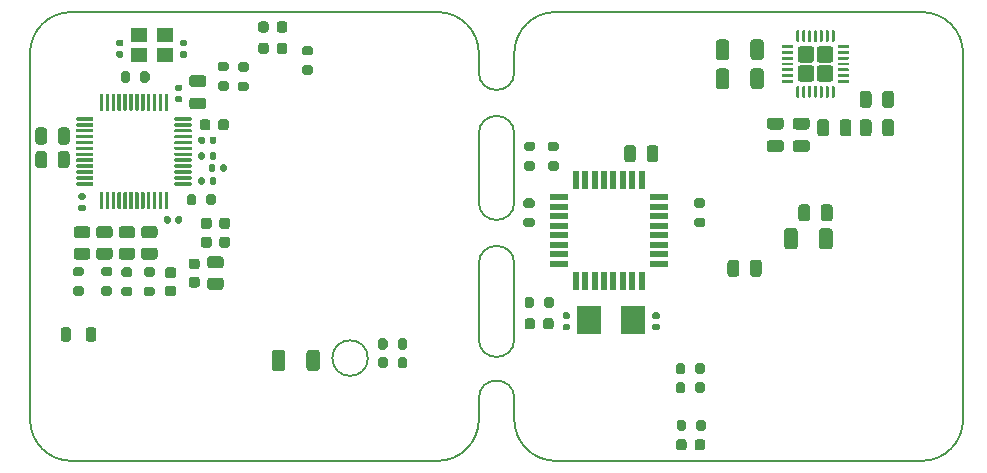
<source format=gbr>
%TF.GenerationSoftware,KiCad,Pcbnew,(5.1.8-0-10_14)*%
%TF.CreationDate,2021-08-30T17:25:51+02:00*%
%TF.ProjectId,ethersweep,65746865-7273-4776-9565-702e6b696361,2.0.1*%
%TF.SameCoordinates,Original*%
%TF.FileFunction,Paste,Top*%
%TF.FilePolarity,Positive*%
%FSLAX46Y46*%
G04 Gerber Fmt 4.6, Leading zero omitted, Abs format (unit mm)*
G04 Created by KiCad (PCBNEW (5.1.8-0-10_14)) date 2021-08-30 17:25:51*
%MOMM*%
%LPD*%
G01*
G04 APERTURE LIST*
%TA.AperFunction,Profile*%
%ADD10C,0.150000*%
%TD*%
%ADD11R,0.550000X1.600000*%
%ADD12R,1.600000X0.550000*%
%ADD13R,2.000000X2.400000*%
%ADD14R,1.400000X1.200000*%
G04 APERTURE END LIST*
D10*
X221600000Y-26700000D02*
G75*
G02*
X225100000Y-30200000I0J-3500000D01*
G01*
X184100000Y-60700000D02*
X184100000Y-59400000D01*
X187100000Y-31800000D02*
X187100000Y-30700000D01*
X187100000Y-31800000D02*
G75*
G02*
X184100000Y-31800000I-1500000J0D01*
G01*
X187100000Y-61200000D02*
X187100000Y-59400000D01*
X184100000Y-31800000D02*
X184100000Y-30200000D01*
X184100000Y-59400000D02*
G75*
G02*
X187100000Y-59400000I1500000J0D01*
G01*
X187100000Y-42800000D02*
G75*
G02*
X184100000Y-42800000I-1500000J0D01*
G01*
X184100000Y-37000000D02*
G75*
G02*
X187100000Y-37000000I1500000J0D01*
G01*
X187100000Y-42800000D02*
X187100000Y-37000000D01*
X184100000Y-54400000D02*
X184100000Y-48000000D01*
X184100000Y-48000000D02*
G75*
G02*
X187100000Y-48000000I1500000J0D01*
G01*
X184100000Y-42800000D02*
X184100000Y-37000000D01*
X187100000Y-54400000D02*
X187100000Y-48000000D01*
X187100000Y-54400000D02*
G75*
G02*
X184100000Y-54400000I-1500000J0D01*
G01*
X184100000Y-61200000D02*
X184100000Y-60700000D01*
X187100000Y-30200000D02*
X187100000Y-30700000D01*
X174700000Y-56000000D02*
G75*
G03*
X174700000Y-56000000I-1500000J0D01*
G01*
X149600000Y-64700000D02*
G75*
G02*
X146100000Y-61200000I0J3500000D01*
G01*
X149600000Y-64700000D02*
X180600000Y-64700000D01*
X190600000Y-26700000D02*
X221600000Y-26700000D01*
X187100000Y-30200000D02*
G75*
G02*
X190600000Y-26700000I3500000J0D01*
G01*
X225100000Y-61200000D02*
G75*
G02*
X221600000Y-64700000I-3500000J0D01*
G01*
X190600000Y-64700000D02*
G75*
G02*
X187100000Y-61200000I0J3500000D01*
G01*
X190600000Y-64700000D02*
X221600000Y-64700000D01*
X225100000Y-61200000D02*
X225100000Y-30200000D01*
X146100000Y-30200000D02*
X146100000Y-61200000D01*
X184100000Y-61200000D02*
G75*
G02*
X180600000Y-64700000I-3500000J0D01*
G01*
X180600000Y-26700000D02*
G75*
G02*
X184100000Y-30200000I0J-3500000D01*
G01*
X146100000Y-30200000D02*
G75*
G02*
X149600000Y-26700000I3500000J0D01*
G01*
X180600000Y-26700000D02*
X149600000Y-26700000D01*
G36*
G01*
X198300000Y-39175000D02*
X198300000Y-38225000D01*
G75*
G02*
X198550000Y-37975000I250000J0D01*
G01*
X199050000Y-37975000D01*
G75*
G02*
X199300000Y-38225000I0J-250000D01*
G01*
X199300000Y-39175000D01*
G75*
G02*
X199050000Y-39425000I-250000J0D01*
G01*
X198550000Y-39425000D01*
G75*
G02*
X198300000Y-39175000I0J250000D01*
G01*
G37*
G36*
G01*
X196400000Y-39175000D02*
X196400000Y-38225000D01*
G75*
G02*
X196650000Y-37975000I250000J0D01*
G01*
X197150000Y-37975000D01*
G75*
G02*
X197400000Y-38225000I0J-250000D01*
G01*
X197400000Y-39175000D01*
G75*
G02*
X197150000Y-39425000I-250000J0D01*
G01*
X196650000Y-39425000D01*
G75*
G02*
X196400000Y-39175000I0J250000D01*
G01*
G37*
G36*
G01*
X191670000Y-52700000D02*
X191330000Y-52700000D01*
G75*
G02*
X191190000Y-52560000I0J140000D01*
G01*
X191190000Y-52280000D01*
G75*
G02*
X191330000Y-52140000I140000J0D01*
G01*
X191670000Y-52140000D01*
G75*
G02*
X191810000Y-52280000I0J-140000D01*
G01*
X191810000Y-52560000D01*
G75*
G02*
X191670000Y-52700000I-140000J0D01*
G01*
G37*
G36*
G01*
X191670000Y-53660000D02*
X191330000Y-53660000D01*
G75*
G02*
X191190000Y-53520000I0J140000D01*
G01*
X191190000Y-53240000D01*
G75*
G02*
X191330000Y-53100000I140000J0D01*
G01*
X191670000Y-53100000D01*
G75*
G02*
X191810000Y-53240000I0J-140000D01*
G01*
X191810000Y-53520000D01*
G75*
G02*
X191670000Y-53660000I-140000J0D01*
G01*
G37*
G36*
G01*
X198930000Y-52140000D02*
X199270000Y-52140000D01*
G75*
G02*
X199410000Y-52280000I0J-140000D01*
G01*
X199410000Y-52560000D01*
G75*
G02*
X199270000Y-52700000I-140000J0D01*
G01*
X198930000Y-52700000D01*
G75*
G02*
X198790000Y-52560000I0J140000D01*
G01*
X198790000Y-52280000D01*
G75*
G02*
X198930000Y-52140000I140000J0D01*
G01*
G37*
G36*
G01*
X198930000Y-53100000D02*
X199270000Y-53100000D01*
G75*
G02*
X199410000Y-53240000I0J-140000D01*
G01*
X199410000Y-53520000D01*
G75*
G02*
X199270000Y-53660000I-140000J0D01*
G01*
X198930000Y-53660000D01*
G75*
G02*
X198790000Y-53520000I0J140000D01*
G01*
X198790000Y-53240000D01*
G75*
G02*
X198930000Y-53100000I140000J0D01*
G01*
G37*
G36*
G01*
X208050000Y-47925000D02*
X208050000Y-48875000D01*
G75*
G02*
X207800000Y-49125000I-250000J0D01*
G01*
X207300000Y-49125000D01*
G75*
G02*
X207050000Y-48875000I0J250000D01*
G01*
X207050000Y-47925000D01*
G75*
G02*
X207300000Y-47675000I250000J0D01*
G01*
X207800000Y-47675000D01*
G75*
G02*
X208050000Y-47925000I0J-250000D01*
G01*
G37*
G36*
G01*
X206150000Y-47925000D02*
X206150000Y-48875000D01*
G75*
G02*
X205900000Y-49125000I-250000J0D01*
G01*
X205400000Y-49125000D01*
G75*
G02*
X205150000Y-48875000I0J250000D01*
G01*
X205150000Y-47925000D01*
G75*
G02*
X205400000Y-47675000I250000J0D01*
G01*
X205900000Y-47675000D01*
G75*
G02*
X206150000Y-47925000I0J-250000D01*
G01*
G37*
D11*
X192300000Y-49450000D03*
X193100000Y-49450000D03*
X193900000Y-49450000D03*
X194700000Y-49450000D03*
X195500000Y-49450000D03*
X196300000Y-49450000D03*
X197100000Y-49450000D03*
X197900000Y-49450000D03*
D12*
X199350000Y-48000000D03*
X199350000Y-47200000D03*
X199350000Y-46400000D03*
X199350000Y-45600000D03*
X199350000Y-44800000D03*
X199350000Y-44000000D03*
X199350000Y-43200000D03*
X199350000Y-42400000D03*
D11*
X197900000Y-40950000D03*
X197100000Y-40950000D03*
X196300000Y-40950000D03*
X195500000Y-40950000D03*
X194700000Y-40950000D03*
X193900000Y-40950000D03*
X193100000Y-40950000D03*
X192300000Y-40950000D03*
D12*
X190850000Y-42400000D03*
X190850000Y-43200000D03*
X190850000Y-44000000D03*
X190850000Y-44800000D03*
X190850000Y-45600000D03*
X190850000Y-46400000D03*
X190850000Y-47200000D03*
X190850000Y-48000000D03*
G36*
G01*
X188075000Y-42475000D02*
X188625000Y-42475000D01*
G75*
G02*
X188825000Y-42675000I0J-200000D01*
G01*
X188825000Y-43075000D01*
G75*
G02*
X188625000Y-43275000I-200000J0D01*
G01*
X188075000Y-43275000D01*
G75*
G02*
X187875000Y-43075000I0J200000D01*
G01*
X187875000Y-42675000D01*
G75*
G02*
X188075000Y-42475000I200000J0D01*
G01*
G37*
G36*
G01*
X188075000Y-44125000D02*
X188625000Y-44125000D01*
G75*
G02*
X188825000Y-44325000I0J-200000D01*
G01*
X188825000Y-44725000D01*
G75*
G02*
X188625000Y-44925000I-200000J0D01*
G01*
X188075000Y-44925000D01*
G75*
G02*
X187875000Y-44725000I0J200000D01*
G01*
X187875000Y-44325000D01*
G75*
G02*
X188075000Y-44125000I200000J0D01*
G01*
G37*
G36*
G01*
X202525000Y-44125000D02*
X203075000Y-44125000D01*
G75*
G02*
X203275000Y-44325000I0J-200000D01*
G01*
X203275000Y-44725000D01*
G75*
G02*
X203075000Y-44925000I-200000J0D01*
G01*
X202525000Y-44925000D01*
G75*
G02*
X202325000Y-44725000I0J200000D01*
G01*
X202325000Y-44325000D01*
G75*
G02*
X202525000Y-44125000I200000J0D01*
G01*
G37*
G36*
G01*
X202525000Y-42475000D02*
X203075000Y-42475000D01*
G75*
G02*
X203275000Y-42675000I0J-200000D01*
G01*
X203275000Y-43075000D01*
G75*
G02*
X203075000Y-43275000I-200000J0D01*
G01*
X202525000Y-43275000D01*
G75*
G02*
X202325000Y-43075000I0J200000D01*
G01*
X202325000Y-42675000D01*
G75*
G02*
X202525000Y-42475000I200000J0D01*
G01*
G37*
G36*
G01*
X188675000Y-38475000D02*
X188125000Y-38475000D01*
G75*
G02*
X187925000Y-38275000I0J200000D01*
G01*
X187925000Y-37875000D01*
G75*
G02*
X188125000Y-37675000I200000J0D01*
G01*
X188675000Y-37675000D01*
G75*
G02*
X188875000Y-37875000I0J-200000D01*
G01*
X188875000Y-38275000D01*
G75*
G02*
X188675000Y-38475000I-200000J0D01*
G01*
G37*
G36*
G01*
X188675000Y-40125000D02*
X188125000Y-40125000D01*
G75*
G02*
X187925000Y-39925000I0J200000D01*
G01*
X187925000Y-39525000D01*
G75*
G02*
X188125000Y-39325000I200000J0D01*
G01*
X188675000Y-39325000D01*
G75*
G02*
X188875000Y-39525000I0J-200000D01*
G01*
X188875000Y-39925000D01*
G75*
G02*
X188675000Y-40125000I-200000J0D01*
G01*
G37*
G36*
G01*
X190675000Y-40125000D02*
X190125000Y-40125000D01*
G75*
G02*
X189925000Y-39925000I0J200000D01*
G01*
X189925000Y-39525000D01*
G75*
G02*
X190125000Y-39325000I200000J0D01*
G01*
X190675000Y-39325000D01*
G75*
G02*
X190875000Y-39525000I0J-200000D01*
G01*
X190875000Y-39925000D01*
G75*
G02*
X190675000Y-40125000I-200000J0D01*
G01*
G37*
G36*
G01*
X190675000Y-38475000D02*
X190125000Y-38475000D01*
G75*
G02*
X189925000Y-38275000I0J200000D01*
G01*
X189925000Y-37875000D01*
G75*
G02*
X190125000Y-37675000I200000J0D01*
G01*
X190675000Y-37675000D01*
G75*
G02*
X190875000Y-37875000I0J-200000D01*
G01*
X190875000Y-38275000D01*
G75*
G02*
X190675000Y-38475000I-200000J0D01*
G01*
G37*
G36*
G01*
X169875000Y-32025000D02*
X169325000Y-32025000D01*
G75*
G02*
X169125000Y-31825000I0J200000D01*
G01*
X169125000Y-31425000D01*
G75*
G02*
X169325000Y-31225000I200000J0D01*
G01*
X169875000Y-31225000D01*
G75*
G02*
X170075000Y-31425000I0J-200000D01*
G01*
X170075000Y-31825000D01*
G75*
G02*
X169875000Y-32025000I-200000J0D01*
G01*
G37*
G36*
G01*
X169875000Y-30375000D02*
X169325000Y-30375000D01*
G75*
G02*
X169125000Y-30175000I0J200000D01*
G01*
X169125000Y-29775000D01*
G75*
G02*
X169325000Y-29575000I200000J0D01*
G01*
X169875000Y-29575000D01*
G75*
G02*
X170075000Y-29775000I0J-200000D01*
G01*
X170075000Y-30175000D01*
G75*
G02*
X169875000Y-30375000I-200000J0D01*
G01*
G37*
D13*
X197150000Y-52800000D03*
X193450000Y-52800000D03*
G36*
G01*
X157750000Y-49875000D02*
X158250000Y-49875000D01*
G75*
G02*
X158475000Y-50100000I0J-225000D01*
G01*
X158475000Y-50550000D01*
G75*
G02*
X158250000Y-50775000I-225000J0D01*
G01*
X157750000Y-50775000D01*
G75*
G02*
X157525000Y-50550000I0J225000D01*
G01*
X157525000Y-50100000D01*
G75*
G02*
X157750000Y-49875000I225000J0D01*
G01*
G37*
G36*
G01*
X157750000Y-48325000D02*
X158250000Y-48325000D01*
G75*
G02*
X158475000Y-48550000I0J-225000D01*
G01*
X158475000Y-49000000D01*
G75*
G02*
X158250000Y-49225000I-225000J0D01*
G01*
X157750000Y-49225000D01*
G75*
G02*
X157525000Y-49000000I0J225000D01*
G01*
X157525000Y-48550000D01*
G75*
G02*
X157750000Y-48325000I225000J0D01*
G01*
G37*
G36*
G01*
X160340000Y-39070000D02*
X160340000Y-38730000D01*
G75*
G02*
X160480000Y-38590000I140000J0D01*
G01*
X160760000Y-38590000D01*
G75*
G02*
X160900000Y-38730000I0J-140000D01*
G01*
X160900000Y-39070000D01*
G75*
G02*
X160760000Y-39210000I-140000J0D01*
G01*
X160480000Y-39210000D01*
G75*
G02*
X160340000Y-39070000I0J140000D01*
G01*
G37*
G36*
G01*
X161300000Y-39070000D02*
X161300000Y-38730000D01*
G75*
G02*
X161440000Y-38590000I140000J0D01*
G01*
X161720000Y-38590000D01*
G75*
G02*
X161860000Y-38730000I0J-140000D01*
G01*
X161860000Y-39070000D01*
G75*
G02*
X161720000Y-39210000I-140000J0D01*
G01*
X161440000Y-39210000D01*
G75*
G02*
X161300000Y-39070000I0J140000D01*
G01*
G37*
G36*
G01*
X162200000Y-40070000D02*
X162200000Y-39730000D01*
G75*
G02*
X162340000Y-39590000I140000J0D01*
G01*
X162620000Y-39590000D01*
G75*
G02*
X162760000Y-39730000I0J-140000D01*
G01*
X162760000Y-40070000D01*
G75*
G02*
X162620000Y-40210000I-140000J0D01*
G01*
X162340000Y-40210000D01*
G75*
G02*
X162200000Y-40070000I0J140000D01*
G01*
G37*
G36*
G01*
X161240000Y-40070000D02*
X161240000Y-39730000D01*
G75*
G02*
X161380000Y-39590000I140000J0D01*
G01*
X161660000Y-39590000D01*
G75*
G02*
X161800000Y-39730000I0J-140000D01*
G01*
X161800000Y-40070000D01*
G75*
G02*
X161660000Y-40210000I-140000J0D01*
G01*
X161380000Y-40210000D01*
G75*
G02*
X161240000Y-40070000I0J140000D01*
G01*
G37*
G36*
G01*
X158870000Y-34360000D02*
X158530000Y-34360000D01*
G75*
G02*
X158390000Y-34220000I0J140000D01*
G01*
X158390000Y-33940000D01*
G75*
G02*
X158530000Y-33800000I140000J0D01*
G01*
X158870000Y-33800000D01*
G75*
G02*
X159010000Y-33940000I0J-140000D01*
G01*
X159010000Y-34220000D01*
G75*
G02*
X158870000Y-34360000I-140000J0D01*
G01*
G37*
G36*
G01*
X158870000Y-33400000D02*
X158530000Y-33400000D01*
G75*
G02*
X158390000Y-33260000I0J140000D01*
G01*
X158390000Y-32980000D01*
G75*
G02*
X158530000Y-32840000I140000J0D01*
G01*
X158870000Y-32840000D01*
G75*
G02*
X159010000Y-32980000I0J-140000D01*
G01*
X159010000Y-33260000D01*
G75*
G02*
X158870000Y-33400000I-140000J0D01*
G01*
G37*
G36*
G01*
X158400000Y-44470000D02*
X158400000Y-44130000D01*
G75*
G02*
X158540000Y-43990000I140000J0D01*
G01*
X158820000Y-43990000D01*
G75*
G02*
X158960000Y-44130000I0J-140000D01*
G01*
X158960000Y-44470000D01*
G75*
G02*
X158820000Y-44610000I-140000J0D01*
G01*
X158540000Y-44610000D01*
G75*
G02*
X158400000Y-44470000I0J140000D01*
G01*
G37*
G36*
G01*
X157440000Y-44470000D02*
X157440000Y-44130000D01*
G75*
G02*
X157580000Y-43990000I140000J0D01*
G01*
X157860000Y-43990000D01*
G75*
G02*
X158000000Y-44130000I0J-140000D01*
G01*
X158000000Y-44470000D01*
G75*
G02*
X157860000Y-44610000I-140000J0D01*
G01*
X157580000Y-44610000D01*
G75*
G02*
X157440000Y-44470000I0J140000D01*
G01*
G37*
G36*
G01*
X150330000Y-43000000D02*
X150670000Y-43000000D01*
G75*
G02*
X150810000Y-43140000I0J-140000D01*
G01*
X150810000Y-43420000D01*
G75*
G02*
X150670000Y-43560000I-140000J0D01*
G01*
X150330000Y-43560000D01*
G75*
G02*
X150190000Y-43420000I0J140000D01*
G01*
X150190000Y-43140000D01*
G75*
G02*
X150330000Y-43000000I140000J0D01*
G01*
G37*
G36*
G01*
X150330000Y-42040000D02*
X150670000Y-42040000D01*
G75*
G02*
X150810000Y-42180000I0J-140000D01*
G01*
X150810000Y-42460000D01*
G75*
G02*
X150670000Y-42600000I-140000J0D01*
G01*
X150330000Y-42600000D01*
G75*
G02*
X150190000Y-42460000I0J140000D01*
G01*
X150190000Y-42180000D01*
G75*
G02*
X150330000Y-42040000I140000J0D01*
G01*
G37*
G36*
G01*
X161300000Y-41170000D02*
X161300000Y-40830000D01*
G75*
G02*
X161440000Y-40690000I140000J0D01*
G01*
X161720000Y-40690000D01*
G75*
G02*
X161860000Y-40830000I0J-140000D01*
G01*
X161860000Y-41170000D01*
G75*
G02*
X161720000Y-41310000I-140000J0D01*
G01*
X161440000Y-41310000D01*
G75*
G02*
X161300000Y-41170000I0J140000D01*
G01*
G37*
G36*
G01*
X160340000Y-41170000D02*
X160340000Y-40830000D01*
G75*
G02*
X160480000Y-40690000I140000J0D01*
G01*
X160760000Y-40690000D01*
G75*
G02*
X160900000Y-40830000I0J-140000D01*
G01*
X160900000Y-41170000D01*
G75*
G02*
X160760000Y-41310000I-140000J0D01*
G01*
X160480000Y-41310000D01*
G75*
G02*
X160340000Y-41170000I0J140000D01*
G01*
G37*
G36*
G01*
X160775000Y-34950000D02*
X159825000Y-34950000D01*
G75*
G02*
X159575000Y-34700000I0J250000D01*
G01*
X159575000Y-34200000D01*
G75*
G02*
X159825000Y-33950000I250000J0D01*
G01*
X160775000Y-33950000D01*
G75*
G02*
X161025000Y-34200000I0J-250000D01*
G01*
X161025000Y-34700000D01*
G75*
G02*
X160775000Y-34950000I-250000J0D01*
G01*
G37*
G36*
G01*
X160775000Y-33050000D02*
X159825000Y-33050000D01*
G75*
G02*
X159575000Y-32800000I0J250000D01*
G01*
X159575000Y-32300000D01*
G75*
G02*
X159825000Y-32050000I250000J0D01*
G01*
X160775000Y-32050000D01*
G75*
G02*
X161025000Y-32300000I0J-250000D01*
G01*
X161025000Y-32800000D01*
G75*
G02*
X160775000Y-33050000I-250000J0D01*
G01*
G37*
G36*
G01*
X147550000Y-36725000D02*
X147550000Y-37675000D01*
G75*
G02*
X147300000Y-37925000I-250000J0D01*
G01*
X146800000Y-37925000D01*
G75*
G02*
X146550000Y-37675000I0J250000D01*
G01*
X146550000Y-36725000D01*
G75*
G02*
X146800000Y-36475000I250000J0D01*
G01*
X147300000Y-36475000D01*
G75*
G02*
X147550000Y-36725000I0J-250000D01*
G01*
G37*
G36*
G01*
X149450000Y-36725000D02*
X149450000Y-37675000D01*
G75*
G02*
X149200000Y-37925000I-250000J0D01*
G01*
X148700000Y-37925000D01*
G75*
G02*
X148450000Y-37675000I0J250000D01*
G01*
X148450000Y-36725000D01*
G75*
G02*
X148700000Y-36475000I250000J0D01*
G01*
X149200000Y-36475000D01*
G75*
G02*
X149450000Y-36725000I0J-250000D01*
G01*
G37*
G36*
G01*
X159270000Y-30560000D02*
X158930000Y-30560000D01*
G75*
G02*
X158790000Y-30420000I0J140000D01*
G01*
X158790000Y-30140000D01*
G75*
G02*
X158930000Y-30000000I140000J0D01*
G01*
X159270000Y-30000000D01*
G75*
G02*
X159410000Y-30140000I0J-140000D01*
G01*
X159410000Y-30420000D01*
G75*
G02*
X159270000Y-30560000I-140000J0D01*
G01*
G37*
G36*
G01*
X159270000Y-29600000D02*
X158930000Y-29600000D01*
G75*
G02*
X158790000Y-29460000I0J140000D01*
G01*
X158790000Y-29180000D01*
G75*
G02*
X158930000Y-29040000I140000J0D01*
G01*
X159270000Y-29040000D01*
G75*
G02*
X159410000Y-29180000I0J-140000D01*
G01*
X159410000Y-29460000D01*
G75*
G02*
X159270000Y-29600000I-140000J0D01*
G01*
G37*
G36*
G01*
X153870000Y-30560000D02*
X153530000Y-30560000D01*
G75*
G02*
X153390000Y-30420000I0J140000D01*
G01*
X153390000Y-30140000D01*
G75*
G02*
X153530000Y-30000000I140000J0D01*
G01*
X153870000Y-30000000D01*
G75*
G02*
X154010000Y-30140000I0J-140000D01*
G01*
X154010000Y-30420000D01*
G75*
G02*
X153870000Y-30560000I-140000J0D01*
G01*
G37*
G36*
G01*
X153870000Y-29600000D02*
X153530000Y-29600000D01*
G75*
G02*
X153390000Y-29460000I0J140000D01*
G01*
X153390000Y-29180000D01*
G75*
G02*
X153530000Y-29040000I140000J0D01*
G01*
X153870000Y-29040000D01*
G75*
G02*
X154010000Y-29180000I0J-140000D01*
G01*
X154010000Y-29460000D01*
G75*
G02*
X153870000Y-29600000I-140000J0D01*
G01*
G37*
G36*
G01*
X162025000Y-36500000D02*
X162025000Y-36000000D01*
G75*
G02*
X162250000Y-35775000I225000J0D01*
G01*
X162700000Y-35775000D01*
G75*
G02*
X162925000Y-36000000I0J-225000D01*
G01*
X162925000Y-36500000D01*
G75*
G02*
X162700000Y-36725000I-225000J0D01*
G01*
X162250000Y-36725000D01*
G75*
G02*
X162025000Y-36500000I0J225000D01*
G01*
G37*
G36*
G01*
X160475000Y-36500000D02*
X160475000Y-36000000D01*
G75*
G02*
X160700000Y-35775000I225000J0D01*
G01*
X161150000Y-35775000D01*
G75*
G02*
X161375000Y-36000000I0J-225000D01*
G01*
X161375000Y-36500000D01*
G75*
G02*
X161150000Y-36725000I-225000J0D01*
G01*
X160700000Y-36725000D01*
G75*
G02*
X160475000Y-36500000I0J225000D01*
G01*
G37*
G36*
G01*
X161320000Y-37720000D02*
X161320000Y-37380000D01*
G75*
G02*
X161460000Y-37240000I140000J0D01*
G01*
X161740000Y-37240000D01*
G75*
G02*
X161880000Y-37380000I0J-140000D01*
G01*
X161880000Y-37720000D01*
G75*
G02*
X161740000Y-37860000I-140000J0D01*
G01*
X161460000Y-37860000D01*
G75*
G02*
X161320000Y-37720000I0J140000D01*
G01*
G37*
G36*
G01*
X160360000Y-37720000D02*
X160360000Y-37380000D01*
G75*
G02*
X160500000Y-37240000I140000J0D01*
G01*
X160780000Y-37240000D01*
G75*
G02*
X160920000Y-37380000I0J-140000D01*
G01*
X160920000Y-37720000D01*
G75*
G02*
X160780000Y-37860000I-140000J0D01*
G01*
X160500000Y-37860000D01*
G75*
G02*
X160360000Y-37720000I0J140000D01*
G01*
G37*
G36*
G01*
X148700000Y-54381250D02*
X148700000Y-53618750D01*
G75*
G02*
X148918750Y-53400000I218750J0D01*
G01*
X149356250Y-53400000D01*
G75*
G02*
X149575000Y-53618750I0J-218750D01*
G01*
X149575000Y-54381250D01*
G75*
G02*
X149356250Y-54600000I-218750J0D01*
G01*
X148918750Y-54600000D01*
G75*
G02*
X148700000Y-54381250I0J218750D01*
G01*
G37*
G36*
G01*
X150825000Y-54381250D02*
X150825000Y-53618750D01*
G75*
G02*
X151043750Y-53400000I218750J0D01*
G01*
X151481250Y-53400000D01*
G75*
G02*
X151700000Y-53618750I0J-218750D01*
G01*
X151700000Y-54381250D01*
G75*
G02*
X151481250Y-54600000I-218750J0D01*
G01*
X151043750Y-54600000D01*
G75*
G02*
X150825000Y-54381250I0J218750D01*
G01*
G37*
G36*
G01*
X150950002Y-45850000D02*
X150049998Y-45850000D01*
G75*
G02*
X149800000Y-45600002I0J249998D01*
G01*
X149800000Y-45074998D01*
G75*
G02*
X150049998Y-44825000I249998J0D01*
G01*
X150950002Y-44825000D01*
G75*
G02*
X151200000Y-45074998I0J-249998D01*
G01*
X151200000Y-45600002D01*
G75*
G02*
X150950002Y-45850000I-249998J0D01*
G01*
G37*
G36*
G01*
X150950002Y-47675000D02*
X150049998Y-47675000D01*
G75*
G02*
X149800000Y-47425002I0J249998D01*
G01*
X149800000Y-46899998D01*
G75*
G02*
X150049998Y-46650000I249998J0D01*
G01*
X150950002Y-46650000D01*
G75*
G02*
X151200000Y-46899998I0J-249998D01*
G01*
X151200000Y-47425002D01*
G75*
G02*
X150950002Y-47675000I-249998J0D01*
G01*
G37*
G36*
G01*
X152850002Y-47675000D02*
X151949998Y-47675000D01*
G75*
G02*
X151700000Y-47425002I0J249998D01*
G01*
X151700000Y-46899998D01*
G75*
G02*
X151949998Y-46650000I249998J0D01*
G01*
X152850002Y-46650000D01*
G75*
G02*
X153100000Y-46899998I0J-249998D01*
G01*
X153100000Y-47425002D01*
G75*
G02*
X152850002Y-47675000I-249998J0D01*
G01*
G37*
G36*
G01*
X152850002Y-45850000D02*
X151949998Y-45850000D01*
G75*
G02*
X151700000Y-45600002I0J249998D01*
G01*
X151700000Y-45074998D01*
G75*
G02*
X151949998Y-44825000I249998J0D01*
G01*
X152850002Y-44825000D01*
G75*
G02*
X153100000Y-45074998I0J-249998D01*
G01*
X153100000Y-45600002D01*
G75*
G02*
X152850002Y-45850000I-249998J0D01*
G01*
G37*
G36*
G01*
X154750002Y-45850000D02*
X153849998Y-45850000D01*
G75*
G02*
X153600000Y-45600002I0J249998D01*
G01*
X153600000Y-45074998D01*
G75*
G02*
X153849998Y-44825000I249998J0D01*
G01*
X154750002Y-44825000D01*
G75*
G02*
X155000000Y-45074998I0J-249998D01*
G01*
X155000000Y-45600002D01*
G75*
G02*
X154750002Y-45850000I-249998J0D01*
G01*
G37*
G36*
G01*
X154750002Y-47675000D02*
X153849998Y-47675000D01*
G75*
G02*
X153600000Y-47425002I0J249998D01*
G01*
X153600000Y-46899998D01*
G75*
G02*
X153849998Y-46650000I249998J0D01*
G01*
X154750002Y-46650000D01*
G75*
G02*
X155000000Y-46899998I0J-249998D01*
G01*
X155000000Y-47425002D01*
G75*
G02*
X154750002Y-47675000I-249998J0D01*
G01*
G37*
G36*
G01*
X156650002Y-47675000D02*
X155749998Y-47675000D01*
G75*
G02*
X155500000Y-47425002I0J249998D01*
G01*
X155500000Y-46899998D01*
G75*
G02*
X155749998Y-46650000I249998J0D01*
G01*
X156650002Y-46650000D01*
G75*
G02*
X156900000Y-46899998I0J-249998D01*
G01*
X156900000Y-47425002D01*
G75*
G02*
X156650002Y-47675000I-249998J0D01*
G01*
G37*
G36*
G01*
X156650002Y-45850000D02*
X155749998Y-45850000D01*
G75*
G02*
X155500000Y-45600002I0J249998D01*
G01*
X155500000Y-45074998D01*
G75*
G02*
X155749998Y-44825000I249998J0D01*
G01*
X156650002Y-44825000D01*
G75*
G02*
X156900000Y-45074998I0J-249998D01*
G01*
X156900000Y-45600002D01*
G75*
G02*
X156650002Y-45850000I-249998J0D01*
G01*
G37*
G36*
G01*
X150475000Y-50725000D02*
X149925000Y-50725000D01*
G75*
G02*
X149725000Y-50525000I0J200000D01*
G01*
X149725000Y-50125000D01*
G75*
G02*
X149925000Y-49925000I200000J0D01*
G01*
X150475000Y-49925000D01*
G75*
G02*
X150675000Y-50125000I0J-200000D01*
G01*
X150675000Y-50525000D01*
G75*
G02*
X150475000Y-50725000I-200000J0D01*
G01*
G37*
G36*
G01*
X150475000Y-49075000D02*
X149925000Y-49075000D01*
G75*
G02*
X149725000Y-48875000I0J200000D01*
G01*
X149725000Y-48475000D01*
G75*
G02*
X149925000Y-48275000I200000J0D01*
G01*
X150475000Y-48275000D01*
G75*
G02*
X150675000Y-48475000I0J-200000D01*
G01*
X150675000Y-48875000D01*
G75*
G02*
X150475000Y-49075000I-200000J0D01*
G01*
G37*
G36*
G01*
X152875000Y-50725000D02*
X152325000Y-50725000D01*
G75*
G02*
X152125000Y-50525000I0J200000D01*
G01*
X152125000Y-50125000D01*
G75*
G02*
X152325000Y-49925000I200000J0D01*
G01*
X152875000Y-49925000D01*
G75*
G02*
X153075000Y-50125000I0J-200000D01*
G01*
X153075000Y-50525000D01*
G75*
G02*
X152875000Y-50725000I-200000J0D01*
G01*
G37*
G36*
G01*
X152875000Y-49075000D02*
X152325000Y-49075000D01*
G75*
G02*
X152125000Y-48875000I0J200000D01*
G01*
X152125000Y-48475000D01*
G75*
G02*
X152325000Y-48275000I200000J0D01*
G01*
X152875000Y-48275000D01*
G75*
G02*
X153075000Y-48475000I0J-200000D01*
G01*
X153075000Y-48875000D01*
G75*
G02*
X152875000Y-49075000I-200000J0D01*
G01*
G37*
G36*
G01*
X154575000Y-49125000D02*
X154025000Y-49125000D01*
G75*
G02*
X153825000Y-48925000I0J200000D01*
G01*
X153825000Y-48525000D01*
G75*
G02*
X154025000Y-48325000I200000J0D01*
G01*
X154575000Y-48325000D01*
G75*
G02*
X154775000Y-48525000I0J-200000D01*
G01*
X154775000Y-48925000D01*
G75*
G02*
X154575000Y-49125000I-200000J0D01*
G01*
G37*
G36*
G01*
X154575000Y-50775000D02*
X154025000Y-50775000D01*
G75*
G02*
X153825000Y-50575000I0J200000D01*
G01*
X153825000Y-50175000D01*
G75*
G02*
X154025000Y-49975000I200000J0D01*
G01*
X154575000Y-49975000D01*
G75*
G02*
X154775000Y-50175000I0J-200000D01*
G01*
X154775000Y-50575000D01*
G75*
G02*
X154575000Y-50775000I-200000J0D01*
G01*
G37*
G36*
G01*
X178025000Y-56125000D02*
X178025000Y-56675000D01*
G75*
G02*
X177825000Y-56875000I-200000J0D01*
G01*
X177425000Y-56875000D01*
G75*
G02*
X177225000Y-56675000I0J200000D01*
G01*
X177225000Y-56125000D01*
G75*
G02*
X177425000Y-55925000I200000J0D01*
G01*
X177825000Y-55925000D01*
G75*
G02*
X178025000Y-56125000I0J-200000D01*
G01*
G37*
G36*
G01*
X176375000Y-56125000D02*
X176375000Y-56675000D01*
G75*
G02*
X176175000Y-56875000I-200000J0D01*
G01*
X175775000Y-56875000D01*
G75*
G02*
X175575000Y-56675000I0J200000D01*
G01*
X175575000Y-56125000D01*
G75*
G02*
X175775000Y-55925000I200000J0D01*
G01*
X176175000Y-55925000D01*
G75*
G02*
X176375000Y-56125000I0J-200000D01*
G01*
G37*
G36*
G01*
X176375000Y-54525000D02*
X176375000Y-55075000D01*
G75*
G02*
X176175000Y-55275000I-200000J0D01*
G01*
X175775000Y-55275000D01*
G75*
G02*
X175575000Y-55075000I0J200000D01*
G01*
X175575000Y-54525000D01*
G75*
G02*
X175775000Y-54325000I200000J0D01*
G01*
X176175000Y-54325000D01*
G75*
G02*
X176375000Y-54525000I0J-200000D01*
G01*
G37*
G36*
G01*
X178025000Y-54525000D02*
X178025000Y-55075000D01*
G75*
G02*
X177825000Y-55275000I-200000J0D01*
G01*
X177425000Y-55275000D01*
G75*
G02*
X177225000Y-55075000I0J200000D01*
G01*
X177225000Y-54525000D01*
G75*
G02*
X177425000Y-54325000I200000J0D01*
G01*
X177825000Y-54325000D01*
G75*
G02*
X178025000Y-54525000I0J-200000D01*
G01*
G37*
G36*
G01*
X156475000Y-49125000D02*
X155925000Y-49125000D01*
G75*
G02*
X155725000Y-48925000I0J200000D01*
G01*
X155725000Y-48525000D01*
G75*
G02*
X155925000Y-48325000I200000J0D01*
G01*
X156475000Y-48325000D01*
G75*
G02*
X156675000Y-48525000I0J-200000D01*
G01*
X156675000Y-48925000D01*
G75*
G02*
X156475000Y-49125000I-200000J0D01*
G01*
G37*
G36*
G01*
X156475000Y-50775000D02*
X155925000Y-50775000D01*
G75*
G02*
X155725000Y-50575000I0J200000D01*
G01*
X155725000Y-50175000D01*
G75*
G02*
X155925000Y-49975000I200000J0D01*
G01*
X156475000Y-49975000D01*
G75*
G02*
X156675000Y-50175000I0J-200000D01*
G01*
X156675000Y-50575000D01*
G75*
G02*
X156475000Y-50775000I-200000J0D01*
G01*
G37*
G36*
G01*
X151400000Y-41400000D02*
X150075000Y-41400000D01*
G75*
G02*
X150000000Y-41325000I0J75000D01*
G01*
X150000000Y-41175000D01*
G75*
G02*
X150075000Y-41100000I75000J0D01*
G01*
X151400000Y-41100000D01*
G75*
G02*
X151475000Y-41175000I0J-75000D01*
G01*
X151475000Y-41325000D01*
G75*
G02*
X151400000Y-41400000I-75000J0D01*
G01*
G37*
G36*
G01*
X151400000Y-40900000D02*
X150075000Y-40900000D01*
G75*
G02*
X150000000Y-40825000I0J75000D01*
G01*
X150000000Y-40675000D01*
G75*
G02*
X150075000Y-40600000I75000J0D01*
G01*
X151400000Y-40600000D01*
G75*
G02*
X151475000Y-40675000I0J-75000D01*
G01*
X151475000Y-40825000D01*
G75*
G02*
X151400000Y-40900000I-75000J0D01*
G01*
G37*
G36*
G01*
X151400000Y-40400000D02*
X150075000Y-40400000D01*
G75*
G02*
X150000000Y-40325000I0J75000D01*
G01*
X150000000Y-40175000D01*
G75*
G02*
X150075000Y-40100000I75000J0D01*
G01*
X151400000Y-40100000D01*
G75*
G02*
X151475000Y-40175000I0J-75000D01*
G01*
X151475000Y-40325000D01*
G75*
G02*
X151400000Y-40400000I-75000J0D01*
G01*
G37*
G36*
G01*
X151400000Y-39900000D02*
X150075000Y-39900000D01*
G75*
G02*
X150000000Y-39825000I0J75000D01*
G01*
X150000000Y-39675000D01*
G75*
G02*
X150075000Y-39600000I75000J0D01*
G01*
X151400000Y-39600000D01*
G75*
G02*
X151475000Y-39675000I0J-75000D01*
G01*
X151475000Y-39825000D01*
G75*
G02*
X151400000Y-39900000I-75000J0D01*
G01*
G37*
G36*
G01*
X151400000Y-39400000D02*
X150075000Y-39400000D01*
G75*
G02*
X150000000Y-39325000I0J75000D01*
G01*
X150000000Y-39175000D01*
G75*
G02*
X150075000Y-39100000I75000J0D01*
G01*
X151400000Y-39100000D01*
G75*
G02*
X151475000Y-39175000I0J-75000D01*
G01*
X151475000Y-39325000D01*
G75*
G02*
X151400000Y-39400000I-75000J0D01*
G01*
G37*
G36*
G01*
X151400000Y-38900000D02*
X150075000Y-38900000D01*
G75*
G02*
X150000000Y-38825000I0J75000D01*
G01*
X150000000Y-38675000D01*
G75*
G02*
X150075000Y-38600000I75000J0D01*
G01*
X151400000Y-38600000D01*
G75*
G02*
X151475000Y-38675000I0J-75000D01*
G01*
X151475000Y-38825000D01*
G75*
G02*
X151400000Y-38900000I-75000J0D01*
G01*
G37*
G36*
G01*
X151400000Y-38400000D02*
X150075000Y-38400000D01*
G75*
G02*
X150000000Y-38325000I0J75000D01*
G01*
X150000000Y-38175000D01*
G75*
G02*
X150075000Y-38100000I75000J0D01*
G01*
X151400000Y-38100000D01*
G75*
G02*
X151475000Y-38175000I0J-75000D01*
G01*
X151475000Y-38325000D01*
G75*
G02*
X151400000Y-38400000I-75000J0D01*
G01*
G37*
G36*
G01*
X151400000Y-37900000D02*
X150075000Y-37900000D01*
G75*
G02*
X150000000Y-37825000I0J75000D01*
G01*
X150000000Y-37675000D01*
G75*
G02*
X150075000Y-37600000I75000J0D01*
G01*
X151400000Y-37600000D01*
G75*
G02*
X151475000Y-37675000I0J-75000D01*
G01*
X151475000Y-37825000D01*
G75*
G02*
X151400000Y-37900000I-75000J0D01*
G01*
G37*
G36*
G01*
X151400000Y-37400000D02*
X150075000Y-37400000D01*
G75*
G02*
X150000000Y-37325000I0J75000D01*
G01*
X150000000Y-37175000D01*
G75*
G02*
X150075000Y-37100000I75000J0D01*
G01*
X151400000Y-37100000D01*
G75*
G02*
X151475000Y-37175000I0J-75000D01*
G01*
X151475000Y-37325000D01*
G75*
G02*
X151400000Y-37400000I-75000J0D01*
G01*
G37*
G36*
G01*
X151400000Y-36900000D02*
X150075000Y-36900000D01*
G75*
G02*
X150000000Y-36825000I0J75000D01*
G01*
X150000000Y-36675000D01*
G75*
G02*
X150075000Y-36600000I75000J0D01*
G01*
X151400000Y-36600000D01*
G75*
G02*
X151475000Y-36675000I0J-75000D01*
G01*
X151475000Y-36825000D01*
G75*
G02*
X151400000Y-36900000I-75000J0D01*
G01*
G37*
G36*
G01*
X151400000Y-36400000D02*
X150075000Y-36400000D01*
G75*
G02*
X150000000Y-36325000I0J75000D01*
G01*
X150000000Y-36175000D01*
G75*
G02*
X150075000Y-36100000I75000J0D01*
G01*
X151400000Y-36100000D01*
G75*
G02*
X151475000Y-36175000I0J-75000D01*
G01*
X151475000Y-36325000D01*
G75*
G02*
X151400000Y-36400000I-75000J0D01*
G01*
G37*
G36*
G01*
X151400000Y-35900000D02*
X150075000Y-35900000D01*
G75*
G02*
X150000000Y-35825000I0J75000D01*
G01*
X150000000Y-35675000D01*
G75*
G02*
X150075000Y-35600000I75000J0D01*
G01*
X151400000Y-35600000D01*
G75*
G02*
X151475000Y-35675000I0J-75000D01*
G01*
X151475000Y-35825000D01*
G75*
G02*
X151400000Y-35900000I-75000J0D01*
G01*
G37*
G36*
G01*
X152225000Y-35075000D02*
X152075000Y-35075000D01*
G75*
G02*
X152000000Y-35000000I0J75000D01*
G01*
X152000000Y-33675000D01*
G75*
G02*
X152075000Y-33600000I75000J0D01*
G01*
X152225000Y-33600000D01*
G75*
G02*
X152300000Y-33675000I0J-75000D01*
G01*
X152300000Y-35000000D01*
G75*
G02*
X152225000Y-35075000I-75000J0D01*
G01*
G37*
G36*
G01*
X152725000Y-35075000D02*
X152575000Y-35075000D01*
G75*
G02*
X152500000Y-35000000I0J75000D01*
G01*
X152500000Y-33675000D01*
G75*
G02*
X152575000Y-33600000I75000J0D01*
G01*
X152725000Y-33600000D01*
G75*
G02*
X152800000Y-33675000I0J-75000D01*
G01*
X152800000Y-35000000D01*
G75*
G02*
X152725000Y-35075000I-75000J0D01*
G01*
G37*
G36*
G01*
X153225000Y-35075000D02*
X153075000Y-35075000D01*
G75*
G02*
X153000000Y-35000000I0J75000D01*
G01*
X153000000Y-33675000D01*
G75*
G02*
X153075000Y-33600000I75000J0D01*
G01*
X153225000Y-33600000D01*
G75*
G02*
X153300000Y-33675000I0J-75000D01*
G01*
X153300000Y-35000000D01*
G75*
G02*
X153225000Y-35075000I-75000J0D01*
G01*
G37*
G36*
G01*
X153725000Y-35075000D02*
X153575000Y-35075000D01*
G75*
G02*
X153500000Y-35000000I0J75000D01*
G01*
X153500000Y-33675000D01*
G75*
G02*
X153575000Y-33600000I75000J0D01*
G01*
X153725000Y-33600000D01*
G75*
G02*
X153800000Y-33675000I0J-75000D01*
G01*
X153800000Y-35000000D01*
G75*
G02*
X153725000Y-35075000I-75000J0D01*
G01*
G37*
G36*
G01*
X154225000Y-35075000D02*
X154075000Y-35075000D01*
G75*
G02*
X154000000Y-35000000I0J75000D01*
G01*
X154000000Y-33675000D01*
G75*
G02*
X154075000Y-33600000I75000J0D01*
G01*
X154225000Y-33600000D01*
G75*
G02*
X154300000Y-33675000I0J-75000D01*
G01*
X154300000Y-35000000D01*
G75*
G02*
X154225000Y-35075000I-75000J0D01*
G01*
G37*
G36*
G01*
X154725000Y-35075000D02*
X154575000Y-35075000D01*
G75*
G02*
X154500000Y-35000000I0J75000D01*
G01*
X154500000Y-33675000D01*
G75*
G02*
X154575000Y-33600000I75000J0D01*
G01*
X154725000Y-33600000D01*
G75*
G02*
X154800000Y-33675000I0J-75000D01*
G01*
X154800000Y-35000000D01*
G75*
G02*
X154725000Y-35075000I-75000J0D01*
G01*
G37*
G36*
G01*
X155225000Y-35075000D02*
X155075000Y-35075000D01*
G75*
G02*
X155000000Y-35000000I0J75000D01*
G01*
X155000000Y-33675000D01*
G75*
G02*
X155075000Y-33600000I75000J0D01*
G01*
X155225000Y-33600000D01*
G75*
G02*
X155300000Y-33675000I0J-75000D01*
G01*
X155300000Y-35000000D01*
G75*
G02*
X155225000Y-35075000I-75000J0D01*
G01*
G37*
G36*
G01*
X155725000Y-35075000D02*
X155575000Y-35075000D01*
G75*
G02*
X155500000Y-35000000I0J75000D01*
G01*
X155500000Y-33675000D01*
G75*
G02*
X155575000Y-33600000I75000J0D01*
G01*
X155725000Y-33600000D01*
G75*
G02*
X155800000Y-33675000I0J-75000D01*
G01*
X155800000Y-35000000D01*
G75*
G02*
X155725000Y-35075000I-75000J0D01*
G01*
G37*
G36*
G01*
X156225000Y-35075000D02*
X156075000Y-35075000D01*
G75*
G02*
X156000000Y-35000000I0J75000D01*
G01*
X156000000Y-33675000D01*
G75*
G02*
X156075000Y-33600000I75000J0D01*
G01*
X156225000Y-33600000D01*
G75*
G02*
X156300000Y-33675000I0J-75000D01*
G01*
X156300000Y-35000000D01*
G75*
G02*
X156225000Y-35075000I-75000J0D01*
G01*
G37*
G36*
G01*
X156725000Y-35075000D02*
X156575000Y-35075000D01*
G75*
G02*
X156500000Y-35000000I0J75000D01*
G01*
X156500000Y-33675000D01*
G75*
G02*
X156575000Y-33600000I75000J0D01*
G01*
X156725000Y-33600000D01*
G75*
G02*
X156800000Y-33675000I0J-75000D01*
G01*
X156800000Y-35000000D01*
G75*
G02*
X156725000Y-35075000I-75000J0D01*
G01*
G37*
G36*
G01*
X157225000Y-35075000D02*
X157075000Y-35075000D01*
G75*
G02*
X157000000Y-35000000I0J75000D01*
G01*
X157000000Y-33675000D01*
G75*
G02*
X157075000Y-33600000I75000J0D01*
G01*
X157225000Y-33600000D01*
G75*
G02*
X157300000Y-33675000I0J-75000D01*
G01*
X157300000Y-35000000D01*
G75*
G02*
X157225000Y-35075000I-75000J0D01*
G01*
G37*
G36*
G01*
X157725000Y-35075000D02*
X157575000Y-35075000D01*
G75*
G02*
X157500000Y-35000000I0J75000D01*
G01*
X157500000Y-33675000D01*
G75*
G02*
X157575000Y-33600000I75000J0D01*
G01*
X157725000Y-33600000D01*
G75*
G02*
X157800000Y-33675000I0J-75000D01*
G01*
X157800000Y-35000000D01*
G75*
G02*
X157725000Y-35075000I-75000J0D01*
G01*
G37*
G36*
G01*
X159725000Y-35900000D02*
X158400000Y-35900000D01*
G75*
G02*
X158325000Y-35825000I0J75000D01*
G01*
X158325000Y-35675000D01*
G75*
G02*
X158400000Y-35600000I75000J0D01*
G01*
X159725000Y-35600000D01*
G75*
G02*
X159800000Y-35675000I0J-75000D01*
G01*
X159800000Y-35825000D01*
G75*
G02*
X159725000Y-35900000I-75000J0D01*
G01*
G37*
G36*
G01*
X159725000Y-36400000D02*
X158400000Y-36400000D01*
G75*
G02*
X158325000Y-36325000I0J75000D01*
G01*
X158325000Y-36175000D01*
G75*
G02*
X158400000Y-36100000I75000J0D01*
G01*
X159725000Y-36100000D01*
G75*
G02*
X159800000Y-36175000I0J-75000D01*
G01*
X159800000Y-36325000D01*
G75*
G02*
X159725000Y-36400000I-75000J0D01*
G01*
G37*
G36*
G01*
X159725000Y-36900000D02*
X158400000Y-36900000D01*
G75*
G02*
X158325000Y-36825000I0J75000D01*
G01*
X158325000Y-36675000D01*
G75*
G02*
X158400000Y-36600000I75000J0D01*
G01*
X159725000Y-36600000D01*
G75*
G02*
X159800000Y-36675000I0J-75000D01*
G01*
X159800000Y-36825000D01*
G75*
G02*
X159725000Y-36900000I-75000J0D01*
G01*
G37*
G36*
G01*
X159725000Y-37400000D02*
X158400000Y-37400000D01*
G75*
G02*
X158325000Y-37325000I0J75000D01*
G01*
X158325000Y-37175000D01*
G75*
G02*
X158400000Y-37100000I75000J0D01*
G01*
X159725000Y-37100000D01*
G75*
G02*
X159800000Y-37175000I0J-75000D01*
G01*
X159800000Y-37325000D01*
G75*
G02*
X159725000Y-37400000I-75000J0D01*
G01*
G37*
G36*
G01*
X159725000Y-37900000D02*
X158400000Y-37900000D01*
G75*
G02*
X158325000Y-37825000I0J75000D01*
G01*
X158325000Y-37675000D01*
G75*
G02*
X158400000Y-37600000I75000J0D01*
G01*
X159725000Y-37600000D01*
G75*
G02*
X159800000Y-37675000I0J-75000D01*
G01*
X159800000Y-37825000D01*
G75*
G02*
X159725000Y-37900000I-75000J0D01*
G01*
G37*
G36*
G01*
X159725000Y-38400000D02*
X158400000Y-38400000D01*
G75*
G02*
X158325000Y-38325000I0J75000D01*
G01*
X158325000Y-38175000D01*
G75*
G02*
X158400000Y-38100000I75000J0D01*
G01*
X159725000Y-38100000D01*
G75*
G02*
X159800000Y-38175000I0J-75000D01*
G01*
X159800000Y-38325000D01*
G75*
G02*
X159725000Y-38400000I-75000J0D01*
G01*
G37*
G36*
G01*
X159725000Y-38900000D02*
X158400000Y-38900000D01*
G75*
G02*
X158325000Y-38825000I0J75000D01*
G01*
X158325000Y-38675000D01*
G75*
G02*
X158400000Y-38600000I75000J0D01*
G01*
X159725000Y-38600000D01*
G75*
G02*
X159800000Y-38675000I0J-75000D01*
G01*
X159800000Y-38825000D01*
G75*
G02*
X159725000Y-38900000I-75000J0D01*
G01*
G37*
G36*
G01*
X159725000Y-39400000D02*
X158400000Y-39400000D01*
G75*
G02*
X158325000Y-39325000I0J75000D01*
G01*
X158325000Y-39175000D01*
G75*
G02*
X158400000Y-39100000I75000J0D01*
G01*
X159725000Y-39100000D01*
G75*
G02*
X159800000Y-39175000I0J-75000D01*
G01*
X159800000Y-39325000D01*
G75*
G02*
X159725000Y-39400000I-75000J0D01*
G01*
G37*
G36*
G01*
X159725000Y-39900000D02*
X158400000Y-39900000D01*
G75*
G02*
X158325000Y-39825000I0J75000D01*
G01*
X158325000Y-39675000D01*
G75*
G02*
X158400000Y-39600000I75000J0D01*
G01*
X159725000Y-39600000D01*
G75*
G02*
X159800000Y-39675000I0J-75000D01*
G01*
X159800000Y-39825000D01*
G75*
G02*
X159725000Y-39900000I-75000J0D01*
G01*
G37*
G36*
G01*
X159725000Y-40400000D02*
X158400000Y-40400000D01*
G75*
G02*
X158325000Y-40325000I0J75000D01*
G01*
X158325000Y-40175000D01*
G75*
G02*
X158400000Y-40100000I75000J0D01*
G01*
X159725000Y-40100000D01*
G75*
G02*
X159800000Y-40175000I0J-75000D01*
G01*
X159800000Y-40325000D01*
G75*
G02*
X159725000Y-40400000I-75000J0D01*
G01*
G37*
G36*
G01*
X159725000Y-40900000D02*
X158400000Y-40900000D01*
G75*
G02*
X158325000Y-40825000I0J75000D01*
G01*
X158325000Y-40675000D01*
G75*
G02*
X158400000Y-40600000I75000J0D01*
G01*
X159725000Y-40600000D01*
G75*
G02*
X159800000Y-40675000I0J-75000D01*
G01*
X159800000Y-40825000D01*
G75*
G02*
X159725000Y-40900000I-75000J0D01*
G01*
G37*
G36*
G01*
X159725000Y-41400000D02*
X158400000Y-41400000D01*
G75*
G02*
X158325000Y-41325000I0J75000D01*
G01*
X158325000Y-41175000D01*
G75*
G02*
X158400000Y-41100000I75000J0D01*
G01*
X159725000Y-41100000D01*
G75*
G02*
X159800000Y-41175000I0J-75000D01*
G01*
X159800000Y-41325000D01*
G75*
G02*
X159725000Y-41400000I-75000J0D01*
G01*
G37*
G36*
G01*
X157725000Y-43400000D02*
X157575000Y-43400000D01*
G75*
G02*
X157500000Y-43325000I0J75000D01*
G01*
X157500000Y-42000000D01*
G75*
G02*
X157575000Y-41925000I75000J0D01*
G01*
X157725000Y-41925000D01*
G75*
G02*
X157800000Y-42000000I0J-75000D01*
G01*
X157800000Y-43325000D01*
G75*
G02*
X157725000Y-43400000I-75000J0D01*
G01*
G37*
G36*
G01*
X157225000Y-43400000D02*
X157075000Y-43400000D01*
G75*
G02*
X157000000Y-43325000I0J75000D01*
G01*
X157000000Y-42000000D01*
G75*
G02*
X157075000Y-41925000I75000J0D01*
G01*
X157225000Y-41925000D01*
G75*
G02*
X157300000Y-42000000I0J-75000D01*
G01*
X157300000Y-43325000D01*
G75*
G02*
X157225000Y-43400000I-75000J0D01*
G01*
G37*
G36*
G01*
X156725000Y-43400000D02*
X156575000Y-43400000D01*
G75*
G02*
X156500000Y-43325000I0J75000D01*
G01*
X156500000Y-42000000D01*
G75*
G02*
X156575000Y-41925000I75000J0D01*
G01*
X156725000Y-41925000D01*
G75*
G02*
X156800000Y-42000000I0J-75000D01*
G01*
X156800000Y-43325000D01*
G75*
G02*
X156725000Y-43400000I-75000J0D01*
G01*
G37*
G36*
G01*
X156225000Y-43400000D02*
X156075000Y-43400000D01*
G75*
G02*
X156000000Y-43325000I0J75000D01*
G01*
X156000000Y-42000000D01*
G75*
G02*
X156075000Y-41925000I75000J0D01*
G01*
X156225000Y-41925000D01*
G75*
G02*
X156300000Y-42000000I0J-75000D01*
G01*
X156300000Y-43325000D01*
G75*
G02*
X156225000Y-43400000I-75000J0D01*
G01*
G37*
G36*
G01*
X155725000Y-43400000D02*
X155575000Y-43400000D01*
G75*
G02*
X155500000Y-43325000I0J75000D01*
G01*
X155500000Y-42000000D01*
G75*
G02*
X155575000Y-41925000I75000J0D01*
G01*
X155725000Y-41925000D01*
G75*
G02*
X155800000Y-42000000I0J-75000D01*
G01*
X155800000Y-43325000D01*
G75*
G02*
X155725000Y-43400000I-75000J0D01*
G01*
G37*
G36*
G01*
X155225000Y-43400000D02*
X155075000Y-43400000D01*
G75*
G02*
X155000000Y-43325000I0J75000D01*
G01*
X155000000Y-42000000D01*
G75*
G02*
X155075000Y-41925000I75000J0D01*
G01*
X155225000Y-41925000D01*
G75*
G02*
X155300000Y-42000000I0J-75000D01*
G01*
X155300000Y-43325000D01*
G75*
G02*
X155225000Y-43400000I-75000J0D01*
G01*
G37*
G36*
G01*
X154725000Y-43400000D02*
X154575000Y-43400000D01*
G75*
G02*
X154500000Y-43325000I0J75000D01*
G01*
X154500000Y-42000000D01*
G75*
G02*
X154575000Y-41925000I75000J0D01*
G01*
X154725000Y-41925000D01*
G75*
G02*
X154800000Y-42000000I0J-75000D01*
G01*
X154800000Y-43325000D01*
G75*
G02*
X154725000Y-43400000I-75000J0D01*
G01*
G37*
G36*
G01*
X154225000Y-43400000D02*
X154075000Y-43400000D01*
G75*
G02*
X154000000Y-43325000I0J75000D01*
G01*
X154000000Y-42000000D01*
G75*
G02*
X154075000Y-41925000I75000J0D01*
G01*
X154225000Y-41925000D01*
G75*
G02*
X154300000Y-42000000I0J-75000D01*
G01*
X154300000Y-43325000D01*
G75*
G02*
X154225000Y-43400000I-75000J0D01*
G01*
G37*
G36*
G01*
X153725000Y-43400000D02*
X153575000Y-43400000D01*
G75*
G02*
X153500000Y-43325000I0J75000D01*
G01*
X153500000Y-42000000D01*
G75*
G02*
X153575000Y-41925000I75000J0D01*
G01*
X153725000Y-41925000D01*
G75*
G02*
X153800000Y-42000000I0J-75000D01*
G01*
X153800000Y-43325000D01*
G75*
G02*
X153725000Y-43400000I-75000J0D01*
G01*
G37*
G36*
G01*
X153225000Y-43400000D02*
X153075000Y-43400000D01*
G75*
G02*
X153000000Y-43325000I0J75000D01*
G01*
X153000000Y-42000000D01*
G75*
G02*
X153075000Y-41925000I75000J0D01*
G01*
X153225000Y-41925000D01*
G75*
G02*
X153300000Y-42000000I0J-75000D01*
G01*
X153300000Y-43325000D01*
G75*
G02*
X153225000Y-43400000I-75000J0D01*
G01*
G37*
G36*
G01*
X152725000Y-43400000D02*
X152575000Y-43400000D01*
G75*
G02*
X152500000Y-43325000I0J75000D01*
G01*
X152500000Y-42000000D01*
G75*
G02*
X152575000Y-41925000I75000J0D01*
G01*
X152725000Y-41925000D01*
G75*
G02*
X152800000Y-42000000I0J-75000D01*
G01*
X152800000Y-43325000D01*
G75*
G02*
X152725000Y-43400000I-75000J0D01*
G01*
G37*
G36*
G01*
X152225000Y-43400000D02*
X152075000Y-43400000D01*
G75*
G02*
X152000000Y-43325000I0J75000D01*
G01*
X152000000Y-42000000D01*
G75*
G02*
X152075000Y-41925000I75000J0D01*
G01*
X152225000Y-41925000D01*
G75*
G02*
X152300000Y-42000000I0J-75000D01*
G01*
X152300000Y-43325000D01*
G75*
G02*
X152225000Y-43400000I-75000J0D01*
G01*
G37*
D14*
X155300000Y-28650000D03*
X157500000Y-28650000D03*
X157500000Y-30350000D03*
X155300000Y-30350000D03*
G36*
G01*
X187975000Y-51575000D02*
X187975000Y-51025000D01*
G75*
G02*
X188175000Y-50825000I200000J0D01*
G01*
X188575000Y-50825000D01*
G75*
G02*
X188775000Y-51025000I0J-200000D01*
G01*
X188775000Y-51575000D01*
G75*
G02*
X188575000Y-51775000I-200000J0D01*
G01*
X188175000Y-51775000D01*
G75*
G02*
X187975000Y-51575000I0J200000D01*
G01*
G37*
G36*
G01*
X189625000Y-51575000D02*
X189625000Y-51025000D01*
G75*
G02*
X189825000Y-50825000I200000J0D01*
G01*
X190225000Y-50825000D01*
G75*
G02*
X190425000Y-51025000I0J-200000D01*
G01*
X190425000Y-51575000D01*
G75*
G02*
X190225000Y-51775000I-200000J0D01*
G01*
X189825000Y-51775000D01*
G75*
G02*
X189625000Y-51575000I0J200000D01*
G01*
G37*
G36*
G01*
X218250000Y-36975000D02*
X218250000Y-36025000D01*
G75*
G02*
X218500000Y-35775000I250000J0D01*
G01*
X219000000Y-35775000D01*
G75*
G02*
X219250000Y-36025000I0J-250000D01*
G01*
X219250000Y-36975000D01*
G75*
G02*
X219000000Y-37225000I-250000J0D01*
G01*
X218500000Y-37225000D01*
G75*
G02*
X218250000Y-36975000I0J250000D01*
G01*
G37*
G36*
G01*
X216350000Y-36975000D02*
X216350000Y-36025000D01*
G75*
G02*
X216600000Y-35775000I250000J0D01*
G01*
X217100000Y-35775000D01*
G75*
G02*
X217350000Y-36025000I0J-250000D01*
G01*
X217350000Y-36975000D01*
G75*
G02*
X217100000Y-37225000I-250000J0D01*
G01*
X216600000Y-37225000D01*
G75*
G02*
X216350000Y-36975000I0J250000D01*
G01*
G37*
G36*
G01*
X216350000Y-34575000D02*
X216350000Y-33625000D01*
G75*
G02*
X216600000Y-33375000I250000J0D01*
G01*
X217100000Y-33375000D01*
G75*
G02*
X217350000Y-33625000I0J-250000D01*
G01*
X217350000Y-34575000D01*
G75*
G02*
X217100000Y-34825000I-250000J0D01*
G01*
X216600000Y-34825000D01*
G75*
G02*
X216350000Y-34575000I0J250000D01*
G01*
G37*
G36*
G01*
X218250000Y-34575000D02*
X218250000Y-33625000D01*
G75*
G02*
X218500000Y-33375000I250000J0D01*
G01*
X219000000Y-33375000D01*
G75*
G02*
X219250000Y-33625000I0J-250000D01*
G01*
X219250000Y-34575000D01*
G75*
G02*
X219000000Y-34825000I-250000J0D01*
G01*
X218500000Y-34825000D01*
G75*
G02*
X218250000Y-34575000I0J250000D01*
G01*
G37*
G36*
G01*
X214650000Y-36975000D02*
X214650000Y-36025000D01*
G75*
G02*
X214900000Y-35775000I250000J0D01*
G01*
X215400000Y-35775000D01*
G75*
G02*
X215650000Y-36025000I0J-250000D01*
G01*
X215650000Y-36975000D01*
G75*
G02*
X215400000Y-37225000I-250000J0D01*
G01*
X214900000Y-37225000D01*
G75*
G02*
X214650000Y-36975000I0J250000D01*
G01*
G37*
G36*
G01*
X212750000Y-36975000D02*
X212750000Y-36025000D01*
G75*
G02*
X213000000Y-35775000I250000J0D01*
G01*
X213500000Y-35775000D01*
G75*
G02*
X213750000Y-36025000I0J-250000D01*
G01*
X213750000Y-36975000D01*
G75*
G02*
X213500000Y-37225000I-250000J0D01*
G01*
X213000000Y-37225000D01*
G75*
G02*
X212750000Y-36975000I0J250000D01*
G01*
G37*
G36*
G01*
X210925000Y-37550000D02*
X211875000Y-37550000D01*
G75*
G02*
X212125000Y-37800000I0J-250000D01*
G01*
X212125000Y-38300000D01*
G75*
G02*
X211875000Y-38550000I-250000J0D01*
G01*
X210925000Y-38550000D01*
G75*
G02*
X210675000Y-38300000I0J250000D01*
G01*
X210675000Y-37800000D01*
G75*
G02*
X210925000Y-37550000I250000J0D01*
G01*
G37*
G36*
G01*
X210925000Y-35650000D02*
X211875000Y-35650000D01*
G75*
G02*
X212125000Y-35900000I0J-250000D01*
G01*
X212125000Y-36400000D01*
G75*
G02*
X211875000Y-36650000I-250000J0D01*
G01*
X210925000Y-36650000D01*
G75*
G02*
X210675000Y-36400000I0J250000D01*
G01*
X210675000Y-35900000D01*
G75*
G02*
X210925000Y-35650000I250000J0D01*
G01*
G37*
G36*
G01*
X205300000Y-29274997D02*
X205300000Y-30525003D01*
G75*
G02*
X205050003Y-30775000I-249997J0D01*
G01*
X204424997Y-30775000D01*
G75*
G02*
X204175000Y-30525003I0J249997D01*
G01*
X204175000Y-29274997D01*
G75*
G02*
X204424997Y-29025000I249997J0D01*
G01*
X205050003Y-29025000D01*
G75*
G02*
X205300000Y-29274997I0J-249997D01*
G01*
G37*
G36*
G01*
X208225000Y-29274997D02*
X208225000Y-30525003D01*
G75*
G02*
X207975003Y-30775000I-249997J0D01*
G01*
X207349997Y-30775000D01*
G75*
G02*
X207100000Y-30525003I0J249997D01*
G01*
X207100000Y-29274997D01*
G75*
G02*
X207349997Y-29025000I249997J0D01*
G01*
X207975003Y-29025000D01*
G75*
G02*
X208225000Y-29274997I0J-249997D01*
G01*
G37*
G36*
G01*
X208219999Y-31729996D02*
X208219999Y-32980002D01*
G75*
G02*
X207970002Y-33229999I-249997J0D01*
G01*
X207344996Y-33229999D01*
G75*
G02*
X207094999Y-32980002I0J249997D01*
G01*
X207094999Y-31729996D01*
G75*
G02*
X207344996Y-31479999I249997J0D01*
G01*
X207970002Y-31479999D01*
G75*
G02*
X208219999Y-31729996I0J-249997D01*
G01*
G37*
G36*
G01*
X205294999Y-31729996D02*
X205294999Y-32980002D01*
G75*
G02*
X205045002Y-33229999I-249997J0D01*
G01*
X204419996Y-33229999D01*
G75*
G02*
X204169999Y-32980002I0J249997D01*
G01*
X204169999Y-31729996D01*
G75*
G02*
X204419996Y-31479999I249997J0D01*
G01*
X205045002Y-31479999D01*
G75*
G02*
X205294999Y-31729996I0J-249997D01*
G01*
G37*
G36*
G01*
X213865000Y-30995000D02*
X212955000Y-30995000D01*
G75*
G02*
X212705000Y-30745000I0J250000D01*
G01*
X212705000Y-29835000D01*
G75*
G02*
X212955000Y-29585000I250000J0D01*
G01*
X213865000Y-29585000D01*
G75*
G02*
X214115000Y-29835000I0J-250000D01*
G01*
X214115000Y-30745000D01*
G75*
G02*
X213865000Y-30995000I-250000J0D01*
G01*
G37*
G36*
G01*
X212245000Y-30995000D02*
X211335000Y-30995000D01*
G75*
G02*
X211085000Y-30745000I0J250000D01*
G01*
X211085000Y-29835000D01*
G75*
G02*
X211335000Y-29585000I250000J0D01*
G01*
X212245000Y-29585000D01*
G75*
G02*
X212495000Y-29835000I0J-250000D01*
G01*
X212495000Y-30745000D01*
G75*
G02*
X212245000Y-30995000I-250000J0D01*
G01*
G37*
G36*
G01*
X213865000Y-32615000D02*
X212955000Y-32615000D01*
G75*
G02*
X212705000Y-32365000I0J250000D01*
G01*
X212705000Y-31455000D01*
G75*
G02*
X212955000Y-31205000I250000J0D01*
G01*
X213865000Y-31205000D01*
G75*
G02*
X214115000Y-31455000I0J-250000D01*
G01*
X214115000Y-32365000D01*
G75*
G02*
X213865000Y-32615000I-250000J0D01*
G01*
G37*
G36*
G01*
X212245000Y-32615000D02*
X211335000Y-32615000D01*
G75*
G02*
X211085000Y-32365000I0J250000D01*
G01*
X211085000Y-31455000D01*
G75*
G02*
X211335000Y-31205000I250000J0D01*
G01*
X212245000Y-31205000D01*
G75*
G02*
X212495000Y-31455000I0J-250000D01*
G01*
X212495000Y-32365000D01*
G75*
G02*
X212245000Y-32615000I-250000J0D01*
G01*
G37*
G36*
G01*
X210662500Y-32725000D02*
X209812500Y-32725000D01*
G75*
G02*
X209750000Y-32662500I0J62500D01*
G01*
X209750000Y-32537500D01*
G75*
G02*
X209812500Y-32475000I62500J0D01*
G01*
X210662500Y-32475000D01*
G75*
G02*
X210725000Y-32537500I0J-62500D01*
G01*
X210725000Y-32662500D01*
G75*
G02*
X210662500Y-32725000I-62500J0D01*
G01*
G37*
G36*
G01*
X210662500Y-32225000D02*
X209812500Y-32225000D01*
G75*
G02*
X209750000Y-32162500I0J62500D01*
G01*
X209750000Y-32037500D01*
G75*
G02*
X209812500Y-31975000I62500J0D01*
G01*
X210662500Y-31975000D01*
G75*
G02*
X210725000Y-32037500I0J-62500D01*
G01*
X210725000Y-32162500D01*
G75*
G02*
X210662500Y-32225000I-62500J0D01*
G01*
G37*
G36*
G01*
X210662500Y-31725000D02*
X209812500Y-31725000D01*
G75*
G02*
X209750000Y-31662500I0J62500D01*
G01*
X209750000Y-31537500D01*
G75*
G02*
X209812500Y-31475000I62500J0D01*
G01*
X210662500Y-31475000D01*
G75*
G02*
X210725000Y-31537500I0J-62500D01*
G01*
X210725000Y-31662500D01*
G75*
G02*
X210662500Y-31725000I-62500J0D01*
G01*
G37*
G36*
G01*
X210662500Y-31225000D02*
X209812500Y-31225000D01*
G75*
G02*
X209750000Y-31162500I0J62500D01*
G01*
X209750000Y-31037500D01*
G75*
G02*
X209812500Y-30975000I62500J0D01*
G01*
X210662500Y-30975000D01*
G75*
G02*
X210725000Y-31037500I0J-62500D01*
G01*
X210725000Y-31162500D01*
G75*
G02*
X210662500Y-31225000I-62500J0D01*
G01*
G37*
G36*
G01*
X210662500Y-30725000D02*
X209812500Y-30725000D01*
G75*
G02*
X209750000Y-30662500I0J62500D01*
G01*
X209750000Y-30537500D01*
G75*
G02*
X209812500Y-30475000I62500J0D01*
G01*
X210662500Y-30475000D01*
G75*
G02*
X210725000Y-30537500I0J-62500D01*
G01*
X210725000Y-30662500D01*
G75*
G02*
X210662500Y-30725000I-62500J0D01*
G01*
G37*
G36*
G01*
X210662500Y-30225000D02*
X209812500Y-30225000D01*
G75*
G02*
X209750000Y-30162500I0J62500D01*
G01*
X209750000Y-30037500D01*
G75*
G02*
X209812500Y-29975000I62500J0D01*
G01*
X210662500Y-29975000D01*
G75*
G02*
X210725000Y-30037500I0J-62500D01*
G01*
X210725000Y-30162500D01*
G75*
G02*
X210662500Y-30225000I-62500J0D01*
G01*
G37*
G36*
G01*
X210662500Y-29725000D02*
X209812500Y-29725000D01*
G75*
G02*
X209750000Y-29662500I0J62500D01*
G01*
X209750000Y-29537500D01*
G75*
G02*
X209812500Y-29475000I62500J0D01*
G01*
X210662500Y-29475000D01*
G75*
G02*
X210725000Y-29537500I0J-62500D01*
G01*
X210725000Y-29662500D01*
G75*
G02*
X210662500Y-29725000I-62500J0D01*
G01*
G37*
G36*
G01*
X211162500Y-29225000D02*
X211037500Y-29225000D01*
G75*
G02*
X210975000Y-29162500I0J62500D01*
G01*
X210975000Y-28312500D01*
G75*
G02*
X211037500Y-28250000I62500J0D01*
G01*
X211162500Y-28250000D01*
G75*
G02*
X211225000Y-28312500I0J-62500D01*
G01*
X211225000Y-29162500D01*
G75*
G02*
X211162500Y-29225000I-62500J0D01*
G01*
G37*
G36*
G01*
X211662500Y-29225000D02*
X211537500Y-29225000D01*
G75*
G02*
X211475000Y-29162500I0J62500D01*
G01*
X211475000Y-28312500D01*
G75*
G02*
X211537500Y-28250000I62500J0D01*
G01*
X211662500Y-28250000D01*
G75*
G02*
X211725000Y-28312500I0J-62500D01*
G01*
X211725000Y-29162500D01*
G75*
G02*
X211662500Y-29225000I-62500J0D01*
G01*
G37*
G36*
G01*
X212162500Y-29225000D02*
X212037500Y-29225000D01*
G75*
G02*
X211975000Y-29162500I0J62500D01*
G01*
X211975000Y-28312500D01*
G75*
G02*
X212037500Y-28250000I62500J0D01*
G01*
X212162500Y-28250000D01*
G75*
G02*
X212225000Y-28312500I0J-62500D01*
G01*
X212225000Y-29162500D01*
G75*
G02*
X212162500Y-29225000I-62500J0D01*
G01*
G37*
G36*
G01*
X212662500Y-29225000D02*
X212537500Y-29225000D01*
G75*
G02*
X212475000Y-29162500I0J62500D01*
G01*
X212475000Y-28312500D01*
G75*
G02*
X212537500Y-28250000I62500J0D01*
G01*
X212662500Y-28250000D01*
G75*
G02*
X212725000Y-28312500I0J-62500D01*
G01*
X212725000Y-29162500D01*
G75*
G02*
X212662500Y-29225000I-62500J0D01*
G01*
G37*
G36*
G01*
X213162500Y-29225000D02*
X213037500Y-29225000D01*
G75*
G02*
X212975000Y-29162500I0J62500D01*
G01*
X212975000Y-28312500D01*
G75*
G02*
X213037500Y-28250000I62500J0D01*
G01*
X213162500Y-28250000D01*
G75*
G02*
X213225000Y-28312500I0J-62500D01*
G01*
X213225000Y-29162500D01*
G75*
G02*
X213162500Y-29225000I-62500J0D01*
G01*
G37*
G36*
G01*
X213662500Y-29225000D02*
X213537500Y-29225000D01*
G75*
G02*
X213475000Y-29162500I0J62500D01*
G01*
X213475000Y-28312500D01*
G75*
G02*
X213537500Y-28250000I62500J0D01*
G01*
X213662500Y-28250000D01*
G75*
G02*
X213725000Y-28312500I0J-62500D01*
G01*
X213725000Y-29162500D01*
G75*
G02*
X213662500Y-29225000I-62500J0D01*
G01*
G37*
G36*
G01*
X214162500Y-29225000D02*
X214037500Y-29225000D01*
G75*
G02*
X213975000Y-29162500I0J62500D01*
G01*
X213975000Y-28312500D01*
G75*
G02*
X214037500Y-28250000I62500J0D01*
G01*
X214162500Y-28250000D01*
G75*
G02*
X214225000Y-28312500I0J-62500D01*
G01*
X214225000Y-29162500D01*
G75*
G02*
X214162500Y-29225000I-62500J0D01*
G01*
G37*
G36*
G01*
X215387500Y-29725000D02*
X214537500Y-29725000D01*
G75*
G02*
X214475000Y-29662500I0J62500D01*
G01*
X214475000Y-29537500D01*
G75*
G02*
X214537500Y-29475000I62500J0D01*
G01*
X215387500Y-29475000D01*
G75*
G02*
X215450000Y-29537500I0J-62500D01*
G01*
X215450000Y-29662500D01*
G75*
G02*
X215387500Y-29725000I-62500J0D01*
G01*
G37*
G36*
G01*
X215387500Y-30225000D02*
X214537500Y-30225000D01*
G75*
G02*
X214475000Y-30162500I0J62500D01*
G01*
X214475000Y-30037500D01*
G75*
G02*
X214537500Y-29975000I62500J0D01*
G01*
X215387500Y-29975000D01*
G75*
G02*
X215450000Y-30037500I0J-62500D01*
G01*
X215450000Y-30162500D01*
G75*
G02*
X215387500Y-30225000I-62500J0D01*
G01*
G37*
G36*
G01*
X215387500Y-30725000D02*
X214537500Y-30725000D01*
G75*
G02*
X214475000Y-30662500I0J62500D01*
G01*
X214475000Y-30537500D01*
G75*
G02*
X214537500Y-30475000I62500J0D01*
G01*
X215387500Y-30475000D01*
G75*
G02*
X215450000Y-30537500I0J-62500D01*
G01*
X215450000Y-30662500D01*
G75*
G02*
X215387500Y-30725000I-62500J0D01*
G01*
G37*
G36*
G01*
X215387500Y-31225000D02*
X214537500Y-31225000D01*
G75*
G02*
X214475000Y-31162500I0J62500D01*
G01*
X214475000Y-31037500D01*
G75*
G02*
X214537500Y-30975000I62500J0D01*
G01*
X215387500Y-30975000D01*
G75*
G02*
X215450000Y-31037500I0J-62500D01*
G01*
X215450000Y-31162500D01*
G75*
G02*
X215387500Y-31225000I-62500J0D01*
G01*
G37*
G36*
G01*
X215387500Y-31725000D02*
X214537500Y-31725000D01*
G75*
G02*
X214475000Y-31662500I0J62500D01*
G01*
X214475000Y-31537500D01*
G75*
G02*
X214537500Y-31475000I62500J0D01*
G01*
X215387500Y-31475000D01*
G75*
G02*
X215450000Y-31537500I0J-62500D01*
G01*
X215450000Y-31662500D01*
G75*
G02*
X215387500Y-31725000I-62500J0D01*
G01*
G37*
G36*
G01*
X215387500Y-32225000D02*
X214537500Y-32225000D01*
G75*
G02*
X214475000Y-32162500I0J62500D01*
G01*
X214475000Y-32037500D01*
G75*
G02*
X214537500Y-31975000I62500J0D01*
G01*
X215387500Y-31975000D01*
G75*
G02*
X215450000Y-32037500I0J-62500D01*
G01*
X215450000Y-32162500D01*
G75*
G02*
X215387500Y-32225000I-62500J0D01*
G01*
G37*
G36*
G01*
X215387500Y-32725000D02*
X214537500Y-32725000D01*
G75*
G02*
X214475000Y-32662500I0J62500D01*
G01*
X214475000Y-32537500D01*
G75*
G02*
X214537500Y-32475000I62500J0D01*
G01*
X215387500Y-32475000D01*
G75*
G02*
X215450000Y-32537500I0J-62500D01*
G01*
X215450000Y-32662500D01*
G75*
G02*
X215387500Y-32725000I-62500J0D01*
G01*
G37*
G36*
G01*
X214162500Y-33950000D02*
X214037500Y-33950000D01*
G75*
G02*
X213975000Y-33887500I0J62500D01*
G01*
X213975000Y-33037500D01*
G75*
G02*
X214037500Y-32975000I62500J0D01*
G01*
X214162500Y-32975000D01*
G75*
G02*
X214225000Y-33037500I0J-62500D01*
G01*
X214225000Y-33887500D01*
G75*
G02*
X214162500Y-33950000I-62500J0D01*
G01*
G37*
G36*
G01*
X213662500Y-33950000D02*
X213537500Y-33950000D01*
G75*
G02*
X213475000Y-33887500I0J62500D01*
G01*
X213475000Y-33037500D01*
G75*
G02*
X213537500Y-32975000I62500J0D01*
G01*
X213662500Y-32975000D01*
G75*
G02*
X213725000Y-33037500I0J-62500D01*
G01*
X213725000Y-33887500D01*
G75*
G02*
X213662500Y-33950000I-62500J0D01*
G01*
G37*
G36*
G01*
X213162500Y-33950000D02*
X213037500Y-33950000D01*
G75*
G02*
X212975000Y-33887500I0J62500D01*
G01*
X212975000Y-33037500D01*
G75*
G02*
X213037500Y-32975000I62500J0D01*
G01*
X213162500Y-32975000D01*
G75*
G02*
X213225000Y-33037500I0J-62500D01*
G01*
X213225000Y-33887500D01*
G75*
G02*
X213162500Y-33950000I-62500J0D01*
G01*
G37*
G36*
G01*
X212662500Y-33950000D02*
X212537500Y-33950000D01*
G75*
G02*
X212475000Y-33887500I0J62500D01*
G01*
X212475000Y-33037500D01*
G75*
G02*
X212537500Y-32975000I62500J0D01*
G01*
X212662500Y-32975000D01*
G75*
G02*
X212725000Y-33037500I0J-62500D01*
G01*
X212725000Y-33887500D01*
G75*
G02*
X212662500Y-33950000I-62500J0D01*
G01*
G37*
G36*
G01*
X212162500Y-33950000D02*
X212037500Y-33950000D01*
G75*
G02*
X211975000Y-33887500I0J62500D01*
G01*
X211975000Y-33037500D01*
G75*
G02*
X212037500Y-32975000I62500J0D01*
G01*
X212162500Y-32975000D01*
G75*
G02*
X212225000Y-33037500I0J-62500D01*
G01*
X212225000Y-33887500D01*
G75*
G02*
X212162500Y-33950000I-62500J0D01*
G01*
G37*
G36*
G01*
X211662500Y-33950000D02*
X211537500Y-33950000D01*
G75*
G02*
X211475000Y-33887500I0J62500D01*
G01*
X211475000Y-33037500D01*
G75*
G02*
X211537500Y-32975000I62500J0D01*
G01*
X211662500Y-32975000D01*
G75*
G02*
X211725000Y-33037500I0J-62500D01*
G01*
X211725000Y-33887500D01*
G75*
G02*
X211662500Y-33950000I-62500J0D01*
G01*
G37*
G36*
G01*
X211162500Y-33950000D02*
X211037500Y-33950000D01*
G75*
G02*
X210975000Y-33887500I0J62500D01*
G01*
X210975000Y-33037500D01*
G75*
G02*
X211037500Y-32975000I62500J0D01*
G01*
X211162500Y-32975000D01*
G75*
G02*
X211225000Y-33037500I0J-62500D01*
G01*
X211225000Y-33887500D01*
G75*
G02*
X211162500Y-33950000I-62500J0D01*
G01*
G37*
G36*
G01*
X162250002Y-50225000D02*
X161349998Y-50225000D01*
G75*
G02*
X161100000Y-49975002I0J249998D01*
G01*
X161100000Y-49449998D01*
G75*
G02*
X161349998Y-49200000I249998J0D01*
G01*
X162250002Y-49200000D01*
G75*
G02*
X162500000Y-49449998I0J-249998D01*
G01*
X162500000Y-49975002D01*
G75*
G02*
X162250002Y-50225000I-249998J0D01*
G01*
G37*
G36*
G01*
X162250002Y-48400000D02*
X161349998Y-48400000D01*
G75*
G02*
X161100000Y-48150002I0J249998D01*
G01*
X161100000Y-47624998D01*
G75*
G02*
X161349998Y-47375000I249998J0D01*
G01*
X162250002Y-47375000D01*
G75*
G02*
X162500000Y-47624998I0J-249998D01*
G01*
X162500000Y-48150002D01*
G75*
G02*
X162250002Y-48400000I-249998J0D01*
G01*
G37*
G36*
G01*
X156225000Y-31925000D02*
X156225000Y-32475000D01*
G75*
G02*
X156025000Y-32675000I-200000J0D01*
G01*
X155625000Y-32675000D01*
G75*
G02*
X155425000Y-32475000I0J200000D01*
G01*
X155425000Y-31925000D01*
G75*
G02*
X155625000Y-31725000I200000J0D01*
G01*
X156025000Y-31725000D01*
G75*
G02*
X156225000Y-31925000I0J-200000D01*
G01*
G37*
G36*
G01*
X154575000Y-31925000D02*
X154575000Y-32475000D01*
G75*
G02*
X154375000Y-32675000I-200000J0D01*
G01*
X153975000Y-32675000D01*
G75*
G02*
X153775000Y-32475000I0J200000D01*
G01*
X153775000Y-31925000D01*
G75*
G02*
X153975000Y-31725000I200000J0D01*
G01*
X154375000Y-31725000D01*
G75*
G02*
X154575000Y-31925000I0J-200000D01*
G01*
G37*
G36*
G01*
X160175000Y-42325000D02*
X160175000Y-42875000D01*
G75*
G02*
X159975000Y-43075000I-200000J0D01*
G01*
X159575000Y-43075000D01*
G75*
G02*
X159375000Y-42875000I0J200000D01*
G01*
X159375000Y-42325000D01*
G75*
G02*
X159575000Y-42125000I200000J0D01*
G01*
X159975000Y-42125000D01*
G75*
G02*
X160175000Y-42325000I0J-200000D01*
G01*
G37*
G36*
G01*
X161825000Y-42325000D02*
X161825000Y-42875000D01*
G75*
G02*
X161625000Y-43075000I-200000J0D01*
G01*
X161225000Y-43075000D01*
G75*
G02*
X161025000Y-42875000I0J200000D01*
G01*
X161025000Y-42325000D01*
G75*
G02*
X161225000Y-42125000I200000J0D01*
G01*
X161625000Y-42125000D01*
G75*
G02*
X161825000Y-42325000I0J-200000D01*
G01*
G37*
G36*
G01*
X187975000Y-53356250D02*
X187975000Y-52843750D01*
G75*
G02*
X188193750Y-52625000I218750J0D01*
G01*
X188631250Y-52625000D01*
G75*
G02*
X188850000Y-52843750I0J-218750D01*
G01*
X188850000Y-53356250D01*
G75*
G02*
X188631250Y-53575000I-218750J0D01*
G01*
X188193750Y-53575000D01*
G75*
G02*
X187975000Y-53356250I0J218750D01*
G01*
G37*
G36*
G01*
X189550000Y-53356250D02*
X189550000Y-52843750D01*
G75*
G02*
X189768750Y-52625000I218750J0D01*
G01*
X190206250Y-52625000D01*
G75*
G02*
X190425000Y-52843750I0J-218750D01*
G01*
X190425000Y-53356250D01*
G75*
G02*
X190206250Y-53575000I-218750J0D01*
G01*
X189768750Y-53575000D01*
G75*
G02*
X189550000Y-53356250I0J218750D01*
G01*
G37*
G36*
G01*
X161475000Y-44350000D02*
X161475000Y-44850000D01*
G75*
G02*
X161250000Y-45075000I-225000J0D01*
G01*
X160800000Y-45075000D01*
G75*
G02*
X160575000Y-44850000I0J225000D01*
G01*
X160575000Y-44350000D01*
G75*
G02*
X160800000Y-44125000I225000J0D01*
G01*
X161250000Y-44125000D01*
G75*
G02*
X161475000Y-44350000I0J-225000D01*
G01*
G37*
G36*
G01*
X163025000Y-44350000D02*
X163025000Y-44850000D01*
G75*
G02*
X162800000Y-45075000I-225000J0D01*
G01*
X162350000Y-45075000D01*
G75*
G02*
X162125000Y-44850000I0J225000D01*
G01*
X162125000Y-44350000D01*
G75*
G02*
X162350000Y-44125000I225000J0D01*
G01*
X162800000Y-44125000D01*
G75*
G02*
X163025000Y-44350000I0J-225000D01*
G01*
G37*
G36*
G01*
X163025000Y-45950000D02*
X163025000Y-46450000D01*
G75*
G02*
X162800000Y-46675000I-225000J0D01*
G01*
X162350000Y-46675000D01*
G75*
G02*
X162125000Y-46450000I0J225000D01*
G01*
X162125000Y-45950000D01*
G75*
G02*
X162350000Y-45725000I225000J0D01*
G01*
X162800000Y-45725000D01*
G75*
G02*
X163025000Y-45950000I0J-225000D01*
G01*
G37*
G36*
G01*
X161475000Y-45950000D02*
X161475000Y-46450000D01*
G75*
G02*
X161250000Y-46675000I-225000J0D01*
G01*
X160800000Y-46675000D01*
G75*
G02*
X160575000Y-46450000I0J225000D01*
G01*
X160575000Y-45950000D01*
G75*
G02*
X160800000Y-45725000I225000J0D01*
G01*
X161250000Y-45725000D01*
G75*
G02*
X161475000Y-45950000I0J-225000D01*
G01*
G37*
G36*
G01*
X149450000Y-38725000D02*
X149450000Y-39675000D01*
G75*
G02*
X149200000Y-39925000I-250000J0D01*
G01*
X148700000Y-39925000D01*
G75*
G02*
X148450000Y-39675000I0J250000D01*
G01*
X148450000Y-38725000D01*
G75*
G02*
X148700000Y-38475000I250000J0D01*
G01*
X149200000Y-38475000D01*
G75*
G02*
X149450000Y-38725000I0J-250000D01*
G01*
G37*
G36*
G01*
X147550000Y-38725000D02*
X147550000Y-39675000D01*
G75*
G02*
X147300000Y-39925000I-250000J0D01*
G01*
X146800000Y-39925000D01*
G75*
G02*
X146550000Y-39675000I0J250000D01*
G01*
X146550000Y-38725000D01*
G75*
G02*
X146800000Y-38475000I250000J0D01*
G01*
X147300000Y-38475000D01*
G75*
G02*
X147550000Y-38725000I0J-250000D01*
G01*
G37*
G36*
G01*
X170650000Y-55549999D02*
X170650000Y-56850001D01*
G75*
G02*
X170400001Y-57100000I-249999J0D01*
G01*
X169749999Y-57100000D01*
G75*
G02*
X169500000Y-56850001I0J249999D01*
G01*
X169500000Y-55549999D01*
G75*
G02*
X169749999Y-55300000I249999J0D01*
G01*
X170400001Y-55300000D01*
G75*
G02*
X170650000Y-55549999I0J-249999D01*
G01*
G37*
G36*
G01*
X167700000Y-55549999D02*
X167700000Y-56850001D01*
G75*
G02*
X167450001Y-57100000I-249999J0D01*
G01*
X166799999Y-57100000D01*
G75*
G02*
X166550000Y-56850001I0J249999D01*
G01*
X166550000Y-55549999D01*
G75*
G02*
X166799999Y-55300000I249999J0D01*
G01*
X167450001Y-55300000D01*
G75*
G02*
X167700000Y-55549999I0J-249999D01*
G01*
G37*
G36*
G01*
X160250000Y-50025000D02*
X159750000Y-50025000D01*
G75*
G02*
X159525000Y-49800000I0J225000D01*
G01*
X159525000Y-49350000D01*
G75*
G02*
X159750000Y-49125000I225000J0D01*
G01*
X160250000Y-49125000D01*
G75*
G02*
X160475000Y-49350000I0J-225000D01*
G01*
X160475000Y-49800000D01*
G75*
G02*
X160250000Y-50025000I-225000J0D01*
G01*
G37*
G36*
G01*
X160250000Y-48475000D02*
X159750000Y-48475000D01*
G75*
G02*
X159525000Y-48250000I0J225000D01*
G01*
X159525000Y-47800000D01*
G75*
G02*
X159750000Y-47575000I225000J0D01*
G01*
X160250000Y-47575000D01*
G75*
G02*
X160475000Y-47800000I0J-225000D01*
G01*
X160475000Y-48250000D01*
G75*
G02*
X160250000Y-48475000I-225000J0D01*
G01*
G37*
G36*
G01*
X214050000Y-45249999D02*
X214050000Y-46550001D01*
G75*
G02*
X213800001Y-46800000I-249999J0D01*
G01*
X213149999Y-46800000D01*
G75*
G02*
X212900000Y-46550001I0J249999D01*
G01*
X212900000Y-45249999D01*
G75*
G02*
X213149999Y-45000000I249999J0D01*
G01*
X213800001Y-45000000D01*
G75*
G02*
X214050000Y-45249999I0J-249999D01*
G01*
G37*
G36*
G01*
X211100000Y-45249999D02*
X211100000Y-46550001D01*
G75*
G02*
X210850001Y-46800000I-249999J0D01*
G01*
X210199999Y-46800000D01*
G75*
G02*
X209950000Y-46550001I0J249999D01*
G01*
X209950000Y-45249999D01*
G75*
G02*
X210199999Y-45000000I249999J0D01*
G01*
X210850001Y-45000000D01*
G75*
G02*
X211100000Y-45249999I0J-249999D01*
G01*
G37*
G36*
G01*
X214050000Y-43225000D02*
X214050000Y-44175000D01*
G75*
G02*
X213800000Y-44425000I-250000J0D01*
G01*
X213300000Y-44425000D01*
G75*
G02*
X213050000Y-44175000I0J250000D01*
G01*
X213050000Y-43225000D01*
G75*
G02*
X213300000Y-42975000I250000J0D01*
G01*
X213800000Y-42975000D01*
G75*
G02*
X214050000Y-43225000I0J-250000D01*
G01*
G37*
G36*
G01*
X212150000Y-43225000D02*
X212150000Y-44175000D01*
G75*
G02*
X211900000Y-44425000I-250000J0D01*
G01*
X211400000Y-44425000D01*
G75*
G02*
X211150000Y-44175000I0J250000D01*
G01*
X211150000Y-43225000D01*
G75*
G02*
X211400000Y-42975000I250000J0D01*
G01*
X211900000Y-42975000D01*
G75*
G02*
X212150000Y-43225000I0J-250000D01*
G01*
G37*
G36*
G01*
X203259999Y-63088749D02*
X203259999Y-63601249D01*
G75*
G02*
X203041249Y-63819999I-218750J0D01*
G01*
X202603749Y-63819999D01*
G75*
G02*
X202384999Y-63601249I0J218750D01*
G01*
X202384999Y-63088749D01*
G75*
G02*
X202603749Y-62869999I218750J0D01*
G01*
X203041249Y-62869999D01*
G75*
G02*
X203259999Y-63088749I0J-218750D01*
G01*
G37*
G36*
G01*
X201684999Y-63088749D02*
X201684999Y-63601249D01*
G75*
G02*
X201466249Y-63819999I-218750J0D01*
G01*
X201028749Y-63819999D01*
G75*
G02*
X200809999Y-63601249I0J218750D01*
G01*
X200809999Y-63088749D01*
G75*
G02*
X201028749Y-62869999I218750J0D01*
G01*
X201466249Y-62869999D01*
G75*
G02*
X201684999Y-63088749I0J-218750D01*
G01*
G37*
G36*
G01*
X203299999Y-61425000D02*
X203299999Y-61975000D01*
G75*
G02*
X203099999Y-62175000I-200000J0D01*
G01*
X202699999Y-62175000D01*
G75*
G02*
X202499999Y-61975000I0J200000D01*
G01*
X202499999Y-61425000D01*
G75*
G02*
X202699999Y-61225000I200000J0D01*
G01*
X203099999Y-61225000D01*
G75*
G02*
X203299999Y-61425000I0J-200000D01*
G01*
G37*
G36*
G01*
X201649999Y-61425000D02*
X201649999Y-61975000D01*
G75*
G02*
X201449999Y-62175000I-200000J0D01*
G01*
X201049999Y-62175000D01*
G75*
G02*
X200849999Y-61975000I0J200000D01*
G01*
X200849999Y-61425000D01*
G75*
G02*
X201049999Y-61225000I200000J0D01*
G01*
X201449999Y-61225000D01*
G75*
G02*
X201649999Y-61425000I0J-200000D01*
G01*
G37*
G36*
G01*
X203225000Y-58225000D02*
X203225000Y-58775000D01*
G75*
G02*
X203025000Y-58975000I-200000J0D01*
G01*
X202625000Y-58975000D01*
G75*
G02*
X202425000Y-58775000I0J200000D01*
G01*
X202425000Y-58225000D01*
G75*
G02*
X202625000Y-58025000I200000J0D01*
G01*
X203025000Y-58025000D01*
G75*
G02*
X203225000Y-58225000I0J-200000D01*
G01*
G37*
G36*
G01*
X201575000Y-58225000D02*
X201575000Y-58775000D01*
G75*
G02*
X201375000Y-58975000I-200000J0D01*
G01*
X200975000Y-58975000D01*
G75*
G02*
X200775000Y-58775000I0J200000D01*
G01*
X200775000Y-58225000D01*
G75*
G02*
X200975000Y-58025000I200000J0D01*
G01*
X201375000Y-58025000D01*
G75*
G02*
X201575000Y-58225000I0J-200000D01*
G01*
G37*
G36*
G01*
X202425000Y-57175000D02*
X202425000Y-56625000D01*
G75*
G02*
X202625000Y-56425000I200000J0D01*
G01*
X203025000Y-56425000D01*
G75*
G02*
X203225000Y-56625000I0J-200000D01*
G01*
X203225000Y-57175000D01*
G75*
G02*
X203025000Y-57375000I-200000J0D01*
G01*
X202625000Y-57375000D01*
G75*
G02*
X202425000Y-57175000I0J200000D01*
G01*
G37*
G36*
G01*
X200775000Y-57175000D02*
X200775000Y-56625000D01*
G75*
G02*
X200975000Y-56425000I200000J0D01*
G01*
X201375000Y-56425000D01*
G75*
G02*
X201575000Y-56625000I0J-200000D01*
G01*
X201575000Y-57175000D01*
G75*
G02*
X201375000Y-57375000I-200000J0D01*
G01*
X200975000Y-57375000D01*
G75*
G02*
X200775000Y-57175000I0J200000D01*
G01*
G37*
G36*
G01*
X208725000Y-35650000D02*
X209675000Y-35650000D01*
G75*
G02*
X209925000Y-35900000I0J-250000D01*
G01*
X209925000Y-36400000D01*
G75*
G02*
X209675000Y-36650000I-250000J0D01*
G01*
X208725000Y-36650000D01*
G75*
G02*
X208475000Y-36400000I0J250000D01*
G01*
X208475000Y-35900000D01*
G75*
G02*
X208725000Y-35650000I250000J0D01*
G01*
G37*
G36*
G01*
X208725000Y-37550000D02*
X209675000Y-37550000D01*
G75*
G02*
X209925000Y-37800000I0J-250000D01*
G01*
X209925000Y-38300000D01*
G75*
G02*
X209675000Y-38550000I-250000J0D01*
G01*
X208725000Y-38550000D01*
G75*
G02*
X208475000Y-38300000I0J250000D01*
G01*
X208475000Y-37800000D01*
G75*
G02*
X208725000Y-37550000I250000J0D01*
G01*
G37*
G36*
G01*
X166300000Y-29513750D02*
X166300000Y-30026250D01*
G75*
G02*
X166081250Y-30245000I-218750J0D01*
G01*
X165643750Y-30245000D01*
G75*
G02*
X165425000Y-30026250I0J218750D01*
G01*
X165425000Y-29513750D01*
G75*
G02*
X165643750Y-29295000I218750J0D01*
G01*
X166081250Y-29295000D01*
G75*
G02*
X166300000Y-29513750I0J-218750D01*
G01*
G37*
G36*
G01*
X167875000Y-29513750D02*
X167875000Y-30026250D01*
G75*
G02*
X167656250Y-30245000I-218750J0D01*
G01*
X167218750Y-30245000D01*
G75*
G02*
X167000000Y-30026250I0J218750D01*
G01*
X167000000Y-29513750D01*
G75*
G02*
X167218750Y-29295000I218750J0D01*
G01*
X167656250Y-29295000D01*
G75*
G02*
X167875000Y-29513750I0J-218750D01*
G01*
G37*
G36*
G01*
X167875000Y-27713750D02*
X167875000Y-28226250D01*
G75*
G02*
X167656250Y-28445000I-218750J0D01*
G01*
X167218750Y-28445000D01*
G75*
G02*
X167000000Y-28226250I0J218750D01*
G01*
X167000000Y-27713750D01*
G75*
G02*
X167218750Y-27495000I218750J0D01*
G01*
X167656250Y-27495000D01*
G75*
G02*
X167875000Y-27713750I0J-218750D01*
G01*
G37*
G36*
G01*
X166300000Y-27713750D02*
X166300000Y-28226250D01*
G75*
G02*
X166081250Y-28445000I-218750J0D01*
G01*
X165643750Y-28445000D01*
G75*
G02*
X165425000Y-28226250I0J218750D01*
G01*
X165425000Y-27713750D01*
G75*
G02*
X165643750Y-27495000I218750J0D01*
G01*
X166081250Y-27495000D01*
G75*
G02*
X166300000Y-27713750I0J-218750D01*
G01*
G37*
G36*
G01*
X164425000Y-31745000D02*
X163875000Y-31745000D01*
G75*
G02*
X163675000Y-31545000I0J200000D01*
G01*
X163675000Y-31145000D01*
G75*
G02*
X163875000Y-30945000I200000J0D01*
G01*
X164425000Y-30945000D01*
G75*
G02*
X164625000Y-31145000I0J-200000D01*
G01*
X164625000Y-31545000D01*
G75*
G02*
X164425000Y-31745000I-200000J0D01*
G01*
G37*
G36*
G01*
X164425000Y-33395000D02*
X163875000Y-33395000D01*
G75*
G02*
X163675000Y-33195000I0J200000D01*
G01*
X163675000Y-32795000D01*
G75*
G02*
X163875000Y-32595000I200000J0D01*
G01*
X164425000Y-32595000D01*
G75*
G02*
X164625000Y-32795000I0J-200000D01*
G01*
X164625000Y-33195000D01*
G75*
G02*
X164425000Y-33395000I-200000J0D01*
G01*
G37*
G36*
G01*
X162725000Y-33370000D02*
X162175000Y-33370000D01*
G75*
G02*
X161975000Y-33170000I0J200000D01*
G01*
X161975000Y-32770000D01*
G75*
G02*
X162175000Y-32570000I200000J0D01*
G01*
X162725000Y-32570000D01*
G75*
G02*
X162925000Y-32770000I0J-200000D01*
G01*
X162925000Y-33170000D01*
G75*
G02*
X162725000Y-33370000I-200000J0D01*
G01*
G37*
G36*
G01*
X162725000Y-31720000D02*
X162175000Y-31720000D01*
G75*
G02*
X161975000Y-31520000I0J200000D01*
G01*
X161975000Y-31120000D01*
G75*
G02*
X162175000Y-30920000I200000J0D01*
G01*
X162725000Y-30920000D01*
G75*
G02*
X162925000Y-31120000I0J-200000D01*
G01*
X162925000Y-31520000D01*
G75*
G02*
X162725000Y-31720000I-200000J0D01*
G01*
G37*
M02*

</source>
